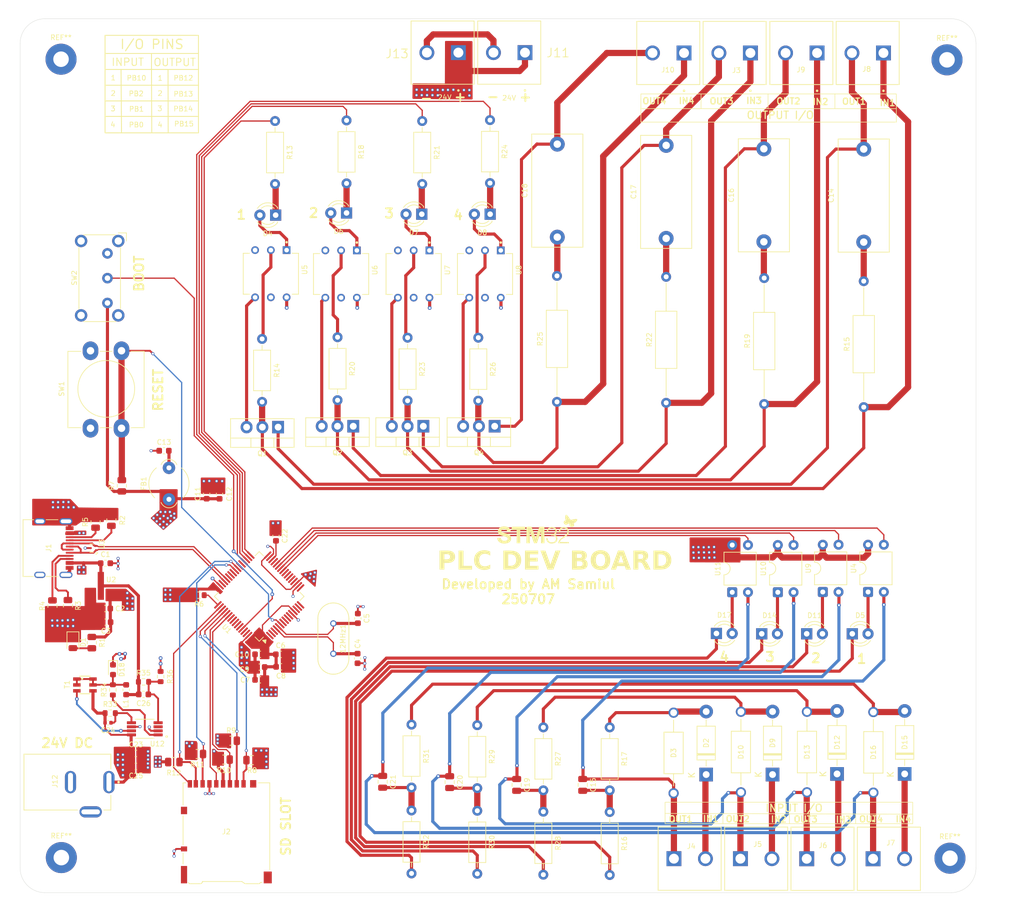
<source format=kicad_pcb>
(kicad_pcb (version 20241229) (generator "pcbnew") (generator_version "9.0")
  (layers (0 "F.Cu" signal) (4 "In1.Cu" signal) (6 "In2.Cu" signal) (2 "B.Cu" signal) (13 "F.Paste" user) (15 "B.Paste" user) (5 "F.SilkS" user "F.Silkscreen") (7 "B.SilkS" user "B.Silkscreen") (1 "F.Mask" user) (3 "B.Mask" user) (25 "Edge.Cuts" user))
  (net 0 "")
  (net 1 "PH0")
  (net 2 "PH1")
  (net 3 "GND_2")
  (net 4 "+5V")
  (net 5 "VDDA")
  (net 6 "Net-(C13-Pad1)")
  (net 7 "LOUT_1")
  (net 8 "Net-(C14-Pad1)")
  (net 9 "Net-(C15-Pad2)")
  (net 10 "LOUT_2")
  (net 11 "Net-(C16-Pad1)")
  (net 12 "LOUT_3")
  (net 13 "Net-(C17-Pad1)")
  (net 14 "LOUT_4")
  (net 15 "Net-(C18-Pad1)")
  (net 16 "Net-(C19-Pad2)")
  (net 17 "Net-(C20-Pad2)")
  (net 18 "Net-(C21-Pad2)")
  (net 19 "Net-(U1-VCAP_1)")
  (net 20 "Net-(D1-A)")
  (net 21 "IN_1")
  (net 22 "Net-(D2-A)")
  (net 23 "Net-(D4-K)")
  (net 24 "Net-(D4-A)")
  (net 25 "Net-(D5-A)")
  (net 26 "Net-(D5-K)")
  (net 27 "Net-(D6-K)")
  (net 28 "Net-(D6-A)")
  (net 29 "Net-(D7-K)")
  (net 30 "Net-(D7-A)")
  (net 31 "Net-(D8-A)")
  (net 32 "Net-(D8-K)")
  (net 33 "Net-(D9-A)")
  (net 34 "IN_2")
  (net 35 "Net-(D11-K)")
  (net 36 "Net-(D11-A)")
  (net 37 "Net-(D12-A)")
  (net 38 "IN_3")
  (net 39 "Net-(D14-K)")
  (net 40 "Net-(D14-A)")
  (net 41 "IN_4")
  (net 42 "Net-(D15-A)")
  (net 43 "Net-(D17-A)")
  (net 44 "Net-(D17-K)")
  (net 45 "/D+")
  (net 46 "/D-")
  (net 47 "A8")
  (net 48 "B5")
  (net 49 "A5")
  (net 50 "SDIO_D2")
  (net 51 "SD_DET")
  (net 52 "SDIO_CMD")
  (net 53 "SDIO_D1")
  (net 54 "SDIO_D0")
  (net 55 "SDIO_CK")
  (net 56 "SDIO_D3")
  (net 57 "LIN_3")
  (net 58 "LIN_1")
  (net 59 "LIN_2")
  (net 60 "LIN_4")
  (net 61 "Net-(Q1-G)")
  (net 62 "Net-(Q2-G)")
  (net 63 "Net-(Q3-G)")
  (net 64 "Net-(Q4-G)")
  (net 65 "B8")
  (net 66 "Net-(U1-PA14)")
  (net 67 "NRST")
  (net 68 "OUT_1")
  (net 69 "Net-(R14-Pad1)")
  (net 70 "OUT_3")
  (net 71 "Net-(R20-Pad1)")
  (net 72 "OUT_5")
  (net 73 "Net-(R23-Pad1)")
  (net 74 "OUT_7")
  (net 75 "Net-(R26-Pad1)")
  (net 76 "BOOT0")
  (net 78 "OUT_4")
  (net 79 "OUT_8")
  (net 80 "REFCLK({slash}50M)")
  (net 86 "MDIO")
  (net 87 "OUT_2")
  (net 88 "CRSDV({slash}CRS)")
  (net 91 "OUT_6")
  (net 105 "GND")
  (net 106 "GND_1")
  (net 107 "GND_3")
  (net 108 "GND_4")
  (net 109 "unconnected-(U1-PA8-Pad41)")
  (net 112 "unconnected-(U1-PB4-Pad56)")
  (net 122 "+24V")
  (net 123 "Net-(U12-ADJ)")
  (net 124 "Net-(U12-FB)")
  (net 125 "Net-(D18A-K)")
  (net 126 "Net-(U12-ISENSE)")
  (net 127 "Net-(U12-PGATE)")
  (footprint "Resistor_SMD:R_0805_2012Metric" (layer "F.Cu") (at 114.23 138.365)
    (property "Reference" "R11")
    (property "Value" "47K")
  )
  (footprint "Resistor_THT:R_Axial_DIN0207_L6.3mm_D2.5mm_P10.16mm_Horizontal" (layer "F.Cu") (at 136.825 71.14 -90)
    (property "Reference" "R20")
    (property "Value" "220")
  )
  (footprint "Capacitor_SMD:C_0603_1608Metric" (layer "F.Cu") (at 117.8 96.425 90)
    (property "Reference" "C12")
    (property "Value" "1u")
  )
  (footprint "Package_DIP:DIP-4_W7.62mm" (layer "F.Cu") (at 200.45 112.28 90)
    (property "Reference" "U11")
    (property "Value" "PC817")
  )
  (footprint "TB004-508-02BE:CUI_TB004-508-02BE" (layer "F.Cu") (at 167.04 25.2375 180)
    (property "Reference" "J11")
    (property "Value" "Screw_Terminal_01x02")
  )
  (footprint "TB004-508-02BE:CUI_TB004-508-02BE" (layer "F.Cu") (at 203.38 25.29275 180)
    (property "Reference" "J3")
    (property "Value" "Screw_Terminal_01x02")
  )
  (footprint "Resistor_SMD:R_0805_2012Metric" (layer "F.Cu") (at 123.05 139.35 180)
    (property "Reference" "R8")
    (property "Value" "47K")
  )
  (footprint "Capacitor_THT:C_Rect_L18.0mm_W8.0mm_P15.00mm_FKS3_FKP3" (layer "F.Cu") (at 189.8 55.2 90)
    (property "Reference" "C17")
    (property "Value" "0.1u")
  )
  (footprint "Diode_THT:D_DO-41_SOD81_P10.16mm_Horizontal" (layer "F.Cu") (at 196.25 141.68 90)
    (property "Reference" "D2")
    (property "Value" "1N4007")
  )
  (footprint "Resistor_SMD:R_0603_1608Metric" (layer "F.Cu") (at 114.5 112.75 180)
    (property "Reference" "R6")
    (property "Value" "220")
  )
  (footprint "LED_THT:LED_D3.0mm" (layer "F.Cu") (at 197.905 118.925)
    (property "Reference" "D17")
    (property "Value" "LED")
  )
  (footprint "Resistor_THT:R_Axial_DIN0207_L6.3mm_D2.5mm_P10.16mm_Horizontal" (layer "F.Cu") (at 180.7 147.72 -90)
    (property "Reference" "R16")
    (property "Value" "2.2K")
  )
  (footprint "Capacitor_THT:C_Rect_L18.0mm_W8.0mm_P15.00mm_FKS3_FKP3" (layer "F.Cu") (at 221.65 55.8 90)
    (property "Reference" "C14")
    (property "Value" "0.1u")
  )
  (footprint "Resistor_SMD:R_0805_2012Metric" (layer "F.Cu") (at 93.365 114.45 -90)
    (property "Reference" "R3")
    (property "Value" "5.1K")
  )
  (footprint "Button_Switch_THT:SW_PUSH-12mm_Wuerth-430476085716" (layer "F.Cu") (at 97 85.825 90)
    (property "Reference" "SW1")
    (property "Value" "SW_Push")
  )
  (footprint "Resistor_THT:R_Axial_DIN0207_L6.3mm_D2.5mm_P10.16mm_Horizontal" (layer "F.Cu") (at 138.275 36.17 -90)
    (property "Reference" "R18")
    (property "Value" "100")
  )
  (footprint "MountingHole:MountingHole_2.5mm_Pad" (layer "F.Cu") (at 92.3 155.075)
    (property "Reference" "REF**")
    (property "Value" "MountingHole_2.5mm_Pad")
  )
  (footprint "Button_Switch_THT:SW_E-Switch_EG1224_SPDT_Angled" (layer "F.Cu") (at 99.7325 57.6175 -90)
    (property "Reference" "SW2")
    (property "Value" "SW_SPDT")
  )
  (footprint "Capacitor_THT:C_Rect_L18.0mm_W8.0mm_P15.00mm_FKS3_FKP3" (layer "F.Cu") (at 172.25 55 90)
    (property "Reference" "C18")
    (property "Value" "0.1u")
  )
  (footprint "Diode_THT:D_DO-41_SOD81_P10.16mm_Horizontal" (layer "F.Cu") (at 217.35 141.58 90)
    (property "Reference" "D12")
    (property "Value" "1N4007")
  )
  (footprint "Connector_USB:USB_C_Receptacle_G-Switch_GT-USB-7010ASV" (layer "F.Cu") (at 89.915 105.15 -90)
    (property "Reference" "J1")
    (property "Value" "USB_C_Receptacle_USB2.0_16P")
  )
  (footprint "MountingHole:MountingHole_2.5mm_Pad" (layer "F.Cu") (at 92.25 26.3)
    (property "Reference" "REF**")
    (property "Value" "MountingHole_2.5mm_Pad")
  )
  (footprint "PJ-035D:CUI_PJ-035D" (layer "F.Cu") (at 99.975 142.9 -90)
    (property "Reference" "J12")
    (property "Value" "PJ-035D")
  )
  (footprint "MountingHole:MountingHole_2.5mm_Pad" (layer "F.Cu") (at 235.55 155.175)
    (property "Reference" "REF**")
    (property "Value" "MountingHole_2.5mm_Pad")
  )
  (footprint "Resistor_SMD:R_0603_1608Metric" (layer "F.Cu") (at 100.175 131.775)
    (property "Reference" "R33")
    (property "Value" "24K")
  )
  (footprint "Resistor_SMD:R_0805_2012Metric" (layer "F.Cu") (at 90.865 114.5 -90)
    (property "Reference" "R4")
    (property "Value" "5.1K")
  )
  (footprint "Diode_THT:D_DO-41_SOD81_P10.16mm_Horizontal" (layer "F.Cu") (at 228.25 141.58 90)
    (property "Reference" "D15")
    (property "Value" "1N4007")
  )
  (footprint "Resistor_SMD:R_0805_2012Metric" (layer "F.Cu") (at 102.05 95.1 90)
    (property "Reference" "R7")
    (property "Value" "10K")
  )
  (footprint "Capacitor_SMD:C_0603_1608Metric" (layer "F.Cu") (at 124.3 124.35 180)
    (property "Reference" "C9")
    (property "Value" "100n")
  )
  (footprint "LED_THT:LED_D3.0mm" (layer "F.Cu") (at 150.405 51.3 180)
    (property "Reference" "D7")
    (property "Value" "LED")
  )
  (footprint "Resistor_SMD:R_0603_1608Metric" (layer "F.Cu") (at 100.605 128.025 -90)
    (property "Reference" "R34")
    (property "Value" "270")
  )
  (footprint "MountingHole:MountingHole_2.5mm_Pad" (layer "F.Cu") (at 235.075 26.4)
    (property "Reference" "REF**")
    (property "Value" "MountingHole_2.5mm_Pad")
  )
  (footprint "Package_TO_SOT_THT:TO-220-3_Vertical" (layer "F.Cu") (at 127.245 85.645 180)
    (property "Reference" "Q1")
    (property "Value" "BT136-500")
  )
  (footprint "Capacitor_SMD:C_0603_1608Metric" (layer "F.Cu") (at 115.725 96.415 90)
    (property "Reference" "C11")
    (property "Value" "100n")
  )
  (footprint "Package_DIP:DIP-4_W7.62mm" (layer "F.Cu") (at 215.05 112.23 90)
    (property "Reference" "U9")
    (property "Value" "PC817")
  )
  (footprint "Capacitor_SMD:C_0603_1608Metric" (layer "F.Cu") (at 104.325 140.375)
    (property "Reference" "C25")
    (property "Value" "0.1u")
  )
  (footprint "Resistor_SMD:R_0603_1608Metric" (layer "F.Cu") (at 105.55 126.725)
    (property "Reference" "R35")
    (property "Value" "30K")
  )
  (footprint "Capacitor_SMD:C_0805_2012Metric" (layer "F.Cu") (at 176.35 143.35 -90)
    (property "Reference" "C15")
    (property "Value" "100n")
  )
  (footprint "Capacitor_SMD:C_0805_2012Metric" (layer "F.Cu") (at 154.9 142.9 -90)
    (property "Reference" "C20")
    (property "Value" "100n")
  )
  (footprint "logo:stm32_logo_13x4.8" (layer "F.Cu") (at 169.05 102.1)
    (property "Reference" "G***" (hide yes))
    (property "Value" "LOGO" (hide yes))
  )
  (footprint "Resistor_THT:R_Axial_DIN0207_L6.3mm_D2.5mm_P10.16mm_Horizontal" (layer "F.Cu") (at 159.35 147.52 -90)
    (property "Reference" "R30")
    (property "Value" "2.2K")
  )
  (footprint "TB004-508-02BE:CUI_TB004-508-02BE" (layer "F.Cu") (at 223.16 155.2625)
    (property "Reference" "J7")
    (property "Value" "Screw_Terminal_01x02")
  )
  (footprint "Capacitor_SMD:C_0603_1608Metric" (layer "F.Cu") (at 124.3 122.29 180)
    (property "Reference" "C10")
    (property "Value" "10u")
  )
  (footprint "Diode_THT:D_DO-41_SOD81_P10.16mm_Horizontal" (layer "F.Cu") (at 206.95 141.68 90)
    (property "Reference" "D9")
    (property "Value" "1N4007")
  )
  (footprint "Resistor_THT:R_Axial_DIN0207_L6.3mm_D2.5mm_P10.16mm_Horizontal" (layer "F.Cu") (at 170 147.67 -90)
    (property "Reference" "R28")
    (property "Value" "2.2K")
  )
  (footprint "Resistor_THT:R_Axial_DIN0309_L9.0mm_D3.2mm_P20.32mm_Horizontal" (layer "F.Cu") (at 221.65 82.42 90)
    (property "Reference" "R15")
    (property "Value" "100")
  )
  (footprint "Package_TO_SOT_SMD:Texas_DRT-3" (layer "F.Cu") (at 97.465 105.15 90)
    (property "Reference" "U3")
    (property "Value" "TPD2EUSB30")
  )
  (footprint "Resistor_THT:R_Axial_DIN0309_L9.0mm_D3.2mm_P20.32mm_Horizontal" (layer "F.Cu") (at 172.2 81.57 90)
    (property "Reference" "R25")
    (property "Value" "100")
  )
  (footprint "FDC5614P:SOT23-6" (layer "F.Cu") (at 96.1 127.225 -90)
    (property "Reference" "T1")
    (property "Value" "FDC5614P")
  )
  (footprint "LED_THT:LED_D3.0mm" (layer "F.Cu") (at 219.805 118.975)
    (property "Reference" "D5")
    (property "Value" "LED")
  )
  (footprint "MOC3021M:DIP762W48P254L889H508Q6" (layer "F.Cu") (at 126.075 60.9 -90)
    (property "Reference" "U5")
    (property "Value" "MOC3021M")
  )
  (footprint "TB004-508-02BE:CUI_TB004-508-02BE" (layer "F.Cu") (at 201.77 155.25)
    (property "Reference" "J5")
    (property "Value" "Screw_Terminal_01x02")
  )
  (footprint "Capacitor_SMD:C_0603_1608Metric" (layer "F.Cu") (at 124.3 126.4 180)
    (property "Reference" "C7")
    (property "Value" "100n")
  )
  (footprint "Capacitor_SMD:C_0603_1608Metric" (layer "F.Cu") (at 99.465 117.1 180)
    (property "Reference" "C3")
    (property "Value" "0.1uF")
  )
  (footprint "Capacitor_SMD:C_0603_1608Metric" (layer "F.Cu") (at 127.65 122.3)
    (property "Reference" "C6")
    (property "Value" "100n")
  )
  (footprint "LED_THT:LED_D3.0mm" (layer "F.Cu") (at 212.455 118.975)
    (property "Reference" "D11")
    (property "Value" "LED")
  )
  (footprint "LED_THT:LED_D3.0mm" (layer "F.Cu") (at 126.845 51.45 180)
    (property "Reference" "D4")
    (property "Value" "LED")
  )
  (footprint "Capacitor_SMD:C_0402_1005Metric" (layer "F.Cu") (at 99.825 133.325)
    (property "Reference" "C24")
    (property "Value" "1n")
  )
  (footprint "Package_TO_SOT_THT:TO-220-3_Vertical" (layer "F.Cu") (at 139.355 85.5 180)
    (property "Reference" "Q2")
    (property "Value" "BT136-500")
  )
  (footprint "ABL-12.000MHZ-B2:XTAL_HC49P488W46L1150T500H350" (layer "F.Cu") (at 136.15 119.75 -90)
    (property "Reference" "12MHz1")
    (property "Value" "Crystal")
  )
  (footprint "TB004-508-02BE:CUI_TB004-508-02BE" (layer "F.Cu") (at 191.05 155.25)
    (property "Reference" "J4")
    (property "Value" "Screw_Terminal_01x02")
  )
  (footprint "TB004-508-02BE:CUI_TB004-508-02BE" (layer "F.Cu") (at 214.13 25.29275 180)
    (property "Reference" "J9")
    (property "Value" "Screw_Terminal_01x02")
  )
  (footprint "Capacitor_SMD:C_0603_1608Metric" (layer "F.Cu") (at 99.415 114.9 180)
    (property "Reference" "C2")
    (property "Value" "100nF")
  )
  (footprint "Capacitor_SMD:C_0603_1608Metric" (layer "F.Cu") (at 108.85 89.45 180)
    (property "Reference" "C13")
    (property "Value" "1u")
  )
  (footprint "Resistor_SMD:R_0805_2012Metric" (layer "F.Cu") (at 97.215 120.4 -90)
    (property "Reference" "R1")
    (property "Value" "1K")
  )
  (footprint "TB004-508-02BE:CUI_TB004-508-02BE" (layer "F.Cu") (at 224.83 25.29275 180)
    (property "Reference" "J8")
    (property "Value" "Screw_Terminal_01x02")
  )
  (footprint "Connector_Card:microSD_HC_Hirose_DM3AT-SF-PEJM5" (layer "F.Cu") (at 118.9 150.9)
    (property "Reference" "J2")
    (property "Value" "Micro_SD_Card_Det1")
  )
  (footprint "LM3489MM:SOP65P490X110-8N" (layer "F.Cu") (at 105.75 134.3 180)
    (property "Reference" "U12")
    (property "Value" "LM3489MM")
  )
  (footprint "Resistor_SMD:R_0805_2012Metric" (layer "F.Cu") (at 97.815 100.95 90)
    (property "Reference" "R5")
    (property "Value" "5.1K")
  )
  (footprint "Capacitor_SMD:C_0603_1608Metric" (layer "F.Cu") (at 99.415 107.6)
    (property "Reference" "C1")
    (property "Value" "0.1uF")
  )
  (footprint "Resistor_SMD:R_0805_2012Metric" (layer "F.Cu") (at 118.53 139.265)
    (property "Reference" "R10")
    (property "Value" "47K")
  )
  (footprint "MOC3021M:DIP762W48P254L889H508Q6" (layer "F.Cu") (at 137.3975 60.95 -90)
    (property "Reference" "U6")
    (property "Value" "MOC3021M")
  )
  (footprint "MOC3021M:DIP762W48P254L889H508Q6" (layer "F.Cu") (at 149.0975 60.95 -90)
    (property "Reference" "U7")
    (property "Value" "MOC3021M")
  )
  (footprint "Package_QFP:LQFP-64_10x10mm_P0.5mm" (layer "F.Cu") (at 124.2 112.95 135)
    (property "Reference" "U1")
    (property "Value" "STM32F732RETx")
  )
  (footprint "LED_SMD:LED_0805_2012Metric" (layer "F.Cu") (at 94.165 120.35 -90)
    (property "Reference" "D1")
    (property "Value" "LED")
  )
  (footprint "Inductor_SMD:L_0603_1608Metric" (layer "F.Cu") (at 102.75 128 -90)
    (property "Reference" "L1")
    (property "Value" "22uH")
  )
  (footprint "Resistor_THT:R_Axial_DIN0207_L6.3mm_D2.5mm_P10.16mm_Horizontal" (layer "F.Cu") (at 159.35 133.72 -90)
    (property "Reference" "R29")
    (property "Value" "10K")
  )
  (footprint "Resistor_THT:R_Axial_DIN0207_L6.3mm_D2.5mm_P10.16mm_Horizontal" (layer "F.Cu") (at 161.405 36.12 -90)
    (property "Reference" "R24")
    (property "Value" "100")
  )
  (footprint "TB004-508-02BE:CUI_TB004-508-02BE" (layer "F.Cu") (at 192.68 25.29275 180)
    (property "Reference" "J10")
    (property "Value" "Screw_Terminal_01x02")
  )
  (footprint "Resistor_SMD:R_0805_2012Metric" (layer "F.Cu") (at 110.43 139.665)
    (property "Reference" "R12")
    (property "Value" "47K")
  )
  (footprint "Resistor_SMD:R_0805_2012Metric" (layer "F.Cu") (at 100.365 100.65 90)
    (property "Reference" "R2")
    (property "Value" "5.1K")
  )
  (footprint "Package_DIP:DIP-4_W7.62mm" (layer "F.Cu") (at 207.8 112.28 90)
    (property "Reference" "U10")
    (property "Value" "PC817")
  )
  (footprint "Resistor_THT:R_Axial_DIN0207_L6.3mm_D2.5mm_P10.16mm_Horizontal" (layer "F.Cu") (at 148.75 147.47 -90)
    (property "Reference" "R32")
    (property "Value" "2.2K")
  )
  (footprint "Package_TO_SOT_THT:TO-220-3_Vertical" (layer "F.Cu") (at 150.655 85.5 180)
    (property "Reference" "Q3")
    (property "Value" "BT136-500")
  )
  (footprint "Capacitor_SMD:C_0805_2012Metric" (layer "F.Cu") (at 165.7 143.35 -90)
    (property "Reference" "C19")
    (property "Value" "100n")
  )
  (footprint "Resistor_THT:R_Axial_DIN0207_L6.3mm_D2.5mm_P10.16mm_Horizontal" (layer "F.Cu") (at 126.755 36.27 -90)
    (property "Reference" "R13")
    (property "Value" "100")
  )
  (footprint "Resistor_THT:R_Axial_DIN0207_L6.3mm_D2.5mm_P10.16mm_Horizontal" (layer "F.Cu") (at 159.515 71.215 -90)
    (property "Reference" "R26")
    (property "Value" "220")
  )
  (footprint "Capacitor_SMD:C_0603_1608Metric" (layer "F.Cu") (at 127.7 124.3)
    (property "Reference" "C8")
    (property "Value" "100n")
  )
  (footprint "Resistor_THT:R_Axial_DIN0309_L9.0mm_D3.2mm_P20.32mm_Horizontal" (layer "F.Cu") (at 205.6 81.92 90)
    (property "Reference" "R19")
    (property "Value" "100")
  )
  (footprint "P6KE30CA:DIOAD1300W80L670D310" (layer "F.Cu") (at 212.5 138.05 90)
    (property "Reference" "D13")
    (property "Value" "P6KE30CA")
  )
  (footprint "Resistor_THT:R_Axial_DIN0207_L6.3mm_D2.5mm_P10.16mm_Horizontal" (layer "F.Cu") (at 150.475 36.27 -90)
    (property "Reference" "R21")
    (property "Value" "100")
  )
  (footprint "Capacitor_SMD:C_0603_1608Metric" (layer "F.Cu") (at 105.55 128.75)
    (property "Reference" "C26")
    (property "Value" "0.1u")
  )
  (footprint "logo:stm32_logo_13x4.8" (layer "F.Cu") (at 151.125 109.075)
    (property "Reference" "G***" (hide yes))
    (property "Value" "LOGO" (hide yes))
  )
  (footprint "Resistor_THT:R_Axial_DIN0207_L6.3mm_D2.5mm_P10.16mm_Horizontal" (layer "F.Cu") (at 148.115 71.215 -90)
    (property "Reference" "R23")
    (property "Value" "220")
  )
  (footprint "MCP1700T-3302E_MB:MCP1700T-3302E_MB" (layer "F.Cu") (at 98.665 110.65)
    (property "Reference" "U2")
    (property "Value" "MCP1700T-3302E_MB")
  )
  (footprint "Capacitor_SMD:C_0603_1608Metric" (layer "F.Cu") (at 140.05 122.95 90)
    (property "Reference" "C4")
    (property "Value" "20p")
  )
  (footprint "Capacitor_SMD:C_0603_1608Metric" (layer "F.Cu") (at 140.1 116.49 -90)
    (property "Reference" "C5")
    (property "Value" "20p")
  )
  (footprint "LED_THT:LED_D3.0mm" (layer "F.Cu") (at 205.205 118.975)
    (property "Reference" "D14")
    (property "Value" "LED")
  )
  (footprint "MOC3021M:DIP762W48P254L889H508Q6" (layer "F.Cu") (at 160.5975 60.95 -90)
    (property "Reference" "U8")
    (property "Value" "MOC3021M")
  )
  (footprint "Capacitor_SMD:C_0603_1608Metric" (layer "F.Cu") (at 104.325 138.275)
    (property "Reference" "C23")
    (property "Value" "50u/50V")
  )
  (footprint "TB004-508-02BE:CUI_TB004-508-02BE" (layer "F.Cu") (at 212.46 155.2625)
    (property "Reference" "J6")
    (property "Value" "Screw_Terminal_01x02")
  )
  (footprint "Resistor_THT:R_Axial_DIN0207_L6.3mm_D2.5mm_P10.16mm_Horizontal" (layer "F.Cu") (at 124.665 71.415 -90)
    (property "Reference" "R14")
    (property "Value" "220")
  )
  (footprint "Resistor_THT:R_Axial_DIN0207_L6.3mm_D2.5mm_P10.16mm_Horizontal" (layer "F.Cu") (at 180.7 134.07 -90)
    (property "Reference" "R17")
    (property "Value" "10K")
  )
  (footprint "Capacitor_SMD:C_0805_2012Metric" (layer "F.Cu") (at 144.1 142.85 -90)
    (property "Reference" "C21")
    (property "Value" "100n")
  )
  (footprint "Capacitor_THT:C_Rect_L18.0mm_W8.0mm_P15.00mm_FKS3_FKP3" (layer "F.Cu") (at 205.55 55.75 90)
    (property "Reference" "C16")
    (property "Value" "0.1u")
  )
  (footprint "Package_TO_SOT_THT:TO-220-3_Vertical" (layer "F.Cu") (at 162.155 85.5 180)
    (property "Reference" "Q4")
    (property "Value" "BT136-500")
  )
  (footprint "Diode_SMD:D_0603_1608Metric" (layer "F.Cu") (at 100.625 124.775 -90)
    (property "Reference" "D18")
    (property "Value" "D_Schottky_Dual_CommonAnode_AKK_Split")
  )
  (footprint "LED_THT:LED_D3.0mm" (layer "F.Cu") (at 138.275 51.1 180)
    (property "Reference" "D6")
    (property "Value" "LED")
  )
  (footprint "Capacitor_SMD:C_0603_1608Metric" (layer "F.Cu") (at 126.9 103.2 -90)
    (property "Reference" "C22")
    (property "Value" "4.7u")
  )
  (footprint "Resistor_THT:R_Axial_DIN0207_L6.3mm_D2.5mm_P10.16mm_Horizontal" (layer "F.Cu") (at 148.75 133.62 -90)
    (property "Reference" "R31")
    (property "Value" "10K")
  )
  (footprint "LED_THT:LED_D3.0mm" (layer "F.Cu") (at 161.425 51.3 180)
    (property "Reference" "D8")
    (property "Value" "LED")
  )
  (footprint "Resistor_SMD:R_0603_1608Metric" (layer "F.Cu") (at 108.3 125.875 90)
    (property "Reference" "R36")
    (property "Value" "10K")
  )
  (footprint "P6KE30CA:DIOAD1300W80L670D310" (layer "F.Cu") (at 223.2 138.1 90)
    (property "Reference" "D16")
    (property "Value" "P6KE30CA")
  )
  (footprint "P6KE30CA:DIOAD1300W80L670D310" (layer "F.Cu") (at 201.85 138.05 90)
    (property "Reference" "D10")
    (property "Value" "P6KE30CA")
  )
  (footprint "Package_DIP:DIP-4_W7.62mm" (layer "F.Cu") (at 222.35 112.23 90)
    (property "Reference" "U4")
    (property "Value" "PC817")
  )
  (footprint "Resistor_SMD:R_0805_2012Metric" (layer "F.Cu") (at 119.675 136.225)
    (property "Reference" "R9")
    (property "Value" "47K")
  )
  (footprint "Resistor_THT:R_Axial_DIN0207_L6.3mm_D2.5mm_P10.16mm_Horizontal" (layer "F.Cu") (at 170 134.07 -90)
    (property "Reference" "R27")
    (property "Value" "10K")
  )
  (footprint "Resistor_THT:R_Axial_DIN0309_L9.0mm_D3.2mm_P20.32mm_Horizontal" (layer "F.Cu") (at 189.8 81.72 90)
    (property "Reference" "R22")
    (property "Value" "100")
  )
  (footprint "P6KE30CA:DIOAD1300W80L670D310" (layer "F.Cu") (at 191 138.2 90)
    (property "Reference" "D3")
    (property "Value" "P6KE30CA")
  )
  (footprint "TB004-508-02BE:CUI_TB004-508-02BE" (layer "F.Cu") (at 156.305 25.2375 180)
    (property "Reference" "J13")
    (property "Value" "Screw_Terminal_01x02")
  )
  (footprint "Ferrite_THT:LairdTech_28C0236-0JW-10" (layer "F.Cu") (at 109.65 97.29 90)
    (property "Reference" "FB1")
    (property "Value" "FerriteBead")
  )
  (gr_line (start 99.35 33.025) (end 114.4 33.025) (stroke (width 0.15)) (layer "F.SilkS"))
  (gr_line (start 109.5 27.9625) (end 109.525 38.15) (stroke (width 0.15)) (layer "F.SilkS"))
  (gr_line (start 195.425 31.95) (end 195.425 34.275) (stroke (width 0.1)) (layer "F.SilkS"))
  (gr_line (start 106.825 25.375) (end 106.875 38.15) (stroke (width 0.15)) (layer "F.SilkS"))
  (gr_line (start 220.35 148.05) (end 220.35 149.6) (stroke (width 0.1)) (layer "F.SilkS"))
  (gr_line (start 99.35 30.5) (end 114.4 30.5) (stroke (width 0.15)) (layer "F.SilkS"))
  (gr_line (start 99.375 25.375) (end 114.375 25.375) (stroke (width 0.15)) (layer "F.SilkS"))
  (gr_line (start 217 31.9125) (end 217 34.2375) (stroke (width 0.1)) (layer "F.SilkS"))
  (gr_line (start 198.95 148) (end 198.95 149.575) (stroke (width 0.1)) (layer "F.SilkS"))
  (gr_line (start 99.4 27.95) (end 114.4 27.95) (stroke (width 0.15)) (layer "F.SilkS"))
  (gr_line (start 101.925 27.95) (end 101.999454 38.175016) (stroke (width 0.15)) (layer "F.SilkS"))
  (gr_rect (start 189.625 146.15) (end 229.55 149.6) (stroke (width 0.1)) (fill no) (layer "F.SilkS"))
  (gr_line (start 189.625 147.95) (end 229.55 148.075) (stroke (width 0.1)) (layer "F.SilkS"))
  (gr_line (start 185.725 34.275) (end 226.9 34.275) (stroke (width 0.1)) (layer "F.SilkS"))
  (gr_line (start 99.35 35.525) (end 114.4 35.525) (stroke (width 0.15)) (layer "F.SilkS"))
  (gr_rect (start 99.35 22.45) (end 114.4 38.175) (stroke (width 0.15)) (fill no) (layer "F.SilkS"))
  (gr_line (start 206.225 31.9125) (end 206.225 34.2375) (stroke (width 0.1)) (layer "F.SilkS"))
  (gr_line (start 209.675 148.025) (end 209.675 149.6) (stroke (width 0.1)) (layer "F.SilkS"))
  (gr_rect (start 185.725 31.9) (end 226.9 36.45) (stroke (width 0.1)) (fill no) (layer "F.SilkS"))
  (gr_line (start 89.65 19.775) (end 235.75 19.775) (stroke (width 0.05)) (layer "Edge.Cuts"))
  (gr_arc (start 239.75 156.725) (mid 238.578427 159.553427) (end 235.75 160.725) (stroke (width 0.05)) (layer "Edge.Cuts"))
  (gr_line (start 85.65 156.725) (end 85.65 23.775) (stroke (width 0.05)) (layer "Edge.Cuts"))
  (gr_arc (start 235.75 19.775) (mid 238.578427 20.946573) (end 239.75 23.775) (stroke (width 0.05)) (layer "Edge.Cuts"))
  (gr_arc (start 89.65 160.725) (mid 86.821573 159.553427) (end 85.65 156.725) (stroke (width 0.05)) (layer "Edge.Cuts"))
  (gr_line (start 235.75 160.725) (end 89.65 160.725) (stroke (width 0.05)) (layer "Edge.Cuts"))
  (gr_arc (start 85.65 23.775) (mid 86.821573 20.946573) (end 89.65 19.775) (stroke (width 0.05)) (layer "Edge.Cuts"))
  (gr_line (start 239.75 23.775) (end 239.75 156.725) (stroke (width 0.05)) (layer "Edge.Cuts"))
  (gr_text "24V" (at 152.9 32.925 0) (layer "F.SilkS") (effects (font (size 0.8 0.8) (thickness 0.12)) (justify left bottom)))
  (gr_text "-" (at 160.75 33.2 0) (layer "F.SilkS") (effects (font (size 1.5 1.5) (thickness 0.3) (bold yes)) (justify left bottom)))
  (gr_text "4" (at 155.35 52.325 0) (layer "F.SilkS") (effects (font (size 1.5 1.5) (thickness 0.3) (bold yes)) (justify left bottom)))
  (gr_text "2" (at 107.75 32.275 0) (layer "F.SilkS") (effects (font (size 0.8 0.8) (thickness 0.12)) (justify left bottom)))
  (gr_text "PB13" (at 110.325 32.375 0) (layer "F.SilkS") (effects (font (size 0.8 0.8) (thickness 0.12)) (justify left bottom)))
  (gr_text "24V" (at 163.3 33.025 0) (layer "F.SilkS") (effects (font (size 0.8 0.8) (thickness 0.12)) (justify left bottom)))
  (gr_text "PB15" (at 110.425 37.2 0) (layer "F.SilkS") (effects (font (size 0.8 0.8) (thickness 0.12)) (justify left bottom)))
  (gr_text "4" (at 198.25 123.6 0) (layer "F.SilkS") (effects (font (size 1.5 1.5) (thickness 0.3) (bold yes)) (justify left bottom)))
  (gr_text "1" (at 107.775 29.825 0) (layer "F.SilkS") (effects (font (size 0.8 0.8) (thickness 0.12)) (justify left bottom)))
  (gr_text "PB12" (at 110.325 29.8 0) (layer "F.SilkS") (effects (font (size 0.8 0.8) (thickness 0.12)) (justify left bottom)))
  (gr_text "2" (at 132.05 51.975 0) (layer "F.SilkS") (effects (font (size 1.5 1.5) (thickness 0.3) (bold yes)) (justify left bottom)))
  (gr_text "+" (at 165.975 33.25 0) (layer "F.SilkS") (effects (font (size 1.5 1.5) (thickness 0.3) (bold yes)) (justify left bottom)))
  (gr_text "INPUT" (at 100.3 27.475 0) (layer "F.SilkS") (effects (font (size 1.2 1.2)) (justify left bottom)))
  (gr_text "OUT3" (at 210.25 149.475 0) (layer "F.SilkS") (effects (font (size 1 1) (thickness 0.2) (bold yes)) (justify left bottom)))
  (gr_text "OUTPUT I/O" (at 202.675 36.025 0) (layer "F.SilkS") (effects (font (size 1.2 1.2) (thickness 0.1875)) (justify left bottom)))
  (gr_text "I/O PINS" (at 101.675 24.775 0) (layer "F.SilkS") (effects (font (size 1.5 1.5) (thickness 0.1875)) (justify left bottom)))
  (gr_text "3" (at 107.725 34.725 0) (layer "F.SilkS") (effects (font (size 0.8 0.8) (thickness 0.12)) (justify left bottom)))
  (gr_text "OUT1" (at 218.05 33.7 0) (layer "F.SilkS") (effects (font (size 1 1) (thickness 0.2) (bold yes)) (justify left bottom)))
  (gr_text "OUT2" (at 199.3 149.425 0) (layer "F.SilkS") (effects (font (size 1 1) (thickness 0.2) (bold yes)) (justify left bottom)))
  (gr_text "BOOT" (at 105.7 63.975 90) (layer "F.SilkS") (effects (font (size 1.5 1.5) (thickness 0.3) (bold yes)) (justify left bottom)))
  (gr_text "PB14" (at 111.95 34.775 0) (layer "F.SilkS") (effects (font (size 0.8 0.8) (thickness 0.12)) (justify bottom)))
  (gr_text "PB0" (at 103.125 37.35 0) (layer "F.SilkS") (effects (font (size 0.8 0.8) (thickness 0.12)) (justify left bottom)))
  (gr_text "1" (at 120.4 52.25 0) (layer "F.SilkS") (effects (font (size 1.5 1.5) (thickness 0.3) (bold yes)) (justify left bottom)))
  (gr_text "OUT1" (at 190.1 149.45 0) (layer "F.SilkS") (effects (font (size 1 1) (thickness 0.2) (bold yes)) (justify left bottom)))
  (gr_text "INPUT I/O" (at 205.7 147.8 0) (layer "F.SilkS") (effects (font (size 1.2 1.2) (thickness 0.1875)) (justify left bottom)))
  (gr_text "2" (at 100.2 32.275 0) (layer "F.SilkS") (effects (font (size 0.8 0.8) (thickness 0.12)) (justify left bottom)))
  (gr_text "3" (at 205.625 123.6 0) (layer "F.SilkS") (effects (font (size 1.5 1.5) (thickness 0.3) (bold yes)) (justify left bottom)))
  (gr_text "1" (at 220.4 123.9 0) (layer "F.SilkS") (effects (font (size 1.5 1.5) (thickness 0.3) (bold yes)) (justify left bottom)))
  (gr_text "RESET" (at 108.775 83.25 90) (layer "F.SilkS") (effects (font (size 1.5 1.5) (thickness 0.3) (bold yes)) (justify left bottom)))
  (gr_text "IN4" (at 191.725 33.6 0) (layer "F.SilkS") (effects (font (size 1 1) (thickness 0.2) (bold yes)) (justify left bottom)))
  (gr_text "4" (at 100.15 37.325 0) (layer "F.SilkS") (effects (font (size 0.8 0.8) (thickness 0.12)) (justify left bottom)))
  (gr_text "4" (at 107.75 37.35 0) (layer "F.SilkS") (effects (font (size 0.8 0.8) (thickness 0.12)) (justify left bottom)))
  (gr_text "+" (at 155.475 33.225 0) (layer "F.SilkS") (effects (font (size 1.5 1.5) (thickness 0.3) (bold yes)) (justify left bottom)))
  (gr_text "3" (at 100.175 34.75 0) (layer "F.SilkS") (effects (font (size 0.8 0.8) (thickness 0.12)) (justify left bottom)))
  (gr_text "IN1" (at 224.125 33.925 0) (layer "F.SilkS") (effects (font (size 1 1) (thickness 0.2) (bold yes)) (justify left bottom)))
  (gr_text "Developed by AM Samiul\n250707" (at 167.575 114.275 0) (layer "F.SilkS") (effects (font (size 1.5 1.5) (thickness 0.3) (bold yes)) (justify bottom)))
  (gr_text "3" (at 144.225 52.05 0) (layer "F.SilkS") (effects (font (size 1.5 1.5) (thickness 0.3) (bold yes)) (justify left bottom)))
  (gr_text "IN4" (at 226.675 149.45 0) (layer "F.SilkS") (effects (font (size 1 1) (thickness 0.2) (bold yes)) (justify left bottom)))
  (gr_text "OUT2" (at 207.475 33.65 0) (layer "F.SilkS") (effects (font (size 1 1) (thickness 0.2) (bold yes)) (justify left bottom)))
  (gr_text "IN3" (at 217.05 149.525 0) (layer "F.SilkS") (effects (font (size 1 1) (thickness 0.2) (bold yes)) (justify left bottom)))
  (gr_text "PB1" (at 103.15 34.8 0) (layer "F.SilkS") (effects (font (size 0.8 0.8) (thickness 0.12)) (justify left bottom)))
  (gr_text "IN3" (at 202.6 33.575 0) (layer "F.SilkS") (effects (font (size 1 1) (thickness 0.2) (bold yes)) (justify left bottom)))
  (gr_text "1" (at 100.2 29.775 0) (layer "F.SilkS") (effects (font (size 0.8 0.8) (thickness 0.12)) (justify left bottom)))
  (gr_text "PB2" (at 103.1 32.325 0) (layer "F.SilkS") (effects (font (size 0.8 0.8) (thickness 0.12)) (justify left bottom)))
  (gr_text "OUT3" (at 196.7 33.65 0) (layer "F.SilkS") (effects (font (size 1 1) (thickness 0.2) (bold yes)) (justify left bottom)))
  (gr_text "OUT4" (at 185.875 33.625 0) (layer "F.SilkS") (effects (font (size 1 1) (thickness 0.2) (bold yes)) (justify left bottom)))
  (gr_text "IN1" (at 195.625 149.4 0) (layer "F.SilkS") (effects (font (size 1 1) (thickness 0.2) (bold yes)) (justify left bottom)))
  (gr_text "OUT4" (at 220.8 149.45 0) (layer "F.SilkS") (effects (font (size 1 1) (thickness 0.2) (bold yes)) (justify left bottom)))
  (gr_text "-" (at 150.025 33.45 0) (layer "F.SilkS") (effects (font (size 1.5 1.5) (thickness 0.3) (bold yes)) (justify left bottom)))
  (gr_text "IN2" (at 206.575 149.475 0) (layer "F.SilkS") (effects (font (size 1 1) (thickness 0.2) (bold yes)) (justify left bottom)))
  (gr_text "SD SLOT" (at 129.375 154.95 90) (layer "F.SilkS") (effects (font (size 1.5 1.5) (thickness 0.3) (bold yes)) (justify left bottom)))
  (gr_text "IN2" (at 213.3 33.75 0) (layer "F.SilkS") (effects (font (size 1 1) (thickness 0.2) (bold yes)) (justify left bottom)))
  (gr_text "PLC DEV BOARD" (at 152.875 109.125 0) (layer "F.SilkS") (effects (font (size 3 3) (thickness 0.3) (bold yes)) (justify left bottom)))
  (gr_text "24V DC" (at 88.925 137.475 0) (layer "F.SilkS") (effects (font (size 1.5 1.5) (thickness 0.3) (bold yes)) (justify left bottom)))
  (gr_text "PB10" (at 102.775 29.8 0) (layer "F.SilkS") (effects (font (size 0.8 0.8) (thickness 0.12)) (justify left bottom)))
  (gr_text "2" (at 213.025 123.775 0) (layer "F.SilkS") (effects (font (size 1.5 1.5) (thickness 0.3) (bold yes)) (justify left bottom)))
  (gr_text "OUTPUT" (at 107.075 27.5 0) (layer "F.SilkS") (effects (font (size 1.2 1.2)) (justify left bottom)))
  (segment (start 128.251 119.476) (end 135.226 119.476) (width 0.2) (layer "F.Cu") (net 1))
  (segment (start 136.15 120.4) (end 136.15 122.19) (width 0.2) (layer "F.Cu") (net 1))
  (segment (start 126.975394 118.200268) (end 126.975394 118.200394) (width 0.2) (layer "F.Cu") (net 1))
  (segment (start 136.15 122.19) (end 139.925 122.19) (width 0.5) (layer "F.Cu") (net 1))
  (segment (start 126.975394 118.200394) (end 128.251 119.476) (width 0.2) (layer "F.Cu") (net 1))
  (segment (start 135.226 119.476) (end 136.15 120.4) (width 0.2) (layer "F.Cu") (net 1))
  (segment (start 136.15 117.31) (end 140.055 117.31) (width 0.5) (layer "F.Cu") (net 2))
  (segment (start 136.15 118.15) (end 136.15 117.31) (width 0.2) (layer "F.Cu") (net 2))
  (segment (start 135.225 119.075) (end 136.15 118.15) (width 0.2) (layer "F.Cu") (net 2))
  (segment (start 127.328948 117.846714) (end 128.557234 119.075) (width 0.2) (layer "F.Cu") (net 2))
  (segment (start 128.557234 119.075) (end 135.225 119.075) (width 0.2) (layer "F.Cu") (net 2))
  (segment (start 140.055 117.31) (end 140.1 117.265) (width 0.5) (layer "F.Cu") (net 2))
  (segment (start 201.77 155.25) (end 201.77 144.63) (width 1) (layer "F.Cu") (net 3))
  (segment (start 199.825 144.625) (end 201.775 144.625) (width 0.5) (layer "F.Cu") (net 3))
  (segment (start 217.65 114.375) (end 217.65 112.29) (width 0.5) (layer "F.Cu") (net 3))
  (segment (start 165.7 142.4) (end 163.9 142.4) (width 0.5) (layer "F.Cu") (net 3))
  (segment (start 165.75 140.2) (end 165.75 142.35) (width 0.5) (layer "F.Cu") (net 3))
  (segment (start 165.75 142.35) (end 165.7 142.4) (width 0.5) (layer "F.Cu") (net 3))
  (segment (start 201.77 144.63) (end 201.85 144.55) (width 1) (layer "F.Cu") (net 3))
  (segment (start 217.65 112.29) (end 217.59 112.23) (width 0.5) (layer "F.Cu") (net 3))
  (segment (start 201.775 144.625) (end 201.85 144.55) (width 0.5) (layer "F.Cu") (net 3))
  (via (at 217.65 114.375) (size 0.6) (drill 0.3) (layers "F.Cu" "B.Cu") (net 3))
  (via (at 165.75 140.2) (size 0.6) (drill 0.3) (layers "F.Cu" "B.Cu") (net 3))
  (via (at 163.9 142.4) (size 0.6) (drill 0.3) (layers "F.Cu" "B.Cu") (net 3))
  (via (at 199.825 144.625) (size 0.6) (drill 0.3) (layers "F.Cu" "B.Cu") (net 3))
  (segment (start 172.251 125.899) (end 165.75 132.4) (width 0.5) (layer "B.Cu") (net 3))
  (segment (start 217.65 123.175) (end 214.926 125.899) (width 0.5) (layer "B.Cu") (net 3))
  (segment (start 162.975 148.75) (end 162.975 143.325) (width 0.5) (layer "B.Cu") (net 3))
  (segment (start 163.85 149.625) (end 162.975 148.75) (width 0.5) (layer "B.Cu") (net 3))
  (segment (start 197.05 149.625) (end 163.85 149.625) (width 0.5) (layer "B.Cu") (net 3))
  (segment (start 217.65 114.375) (end 217.65 123.175) (width 0.5) (layer "B.Cu") (net 3))
  (segment (start 162.975 143.325) (end 163.9 142.4) (width 0.5) (layer "B.Cu") (net 3))
  (segment (start 198.875 145.575) (end 198.875 147.8) (width 0.5) (layer "B.Cu") (net 3))
  (segment (start 214.926 125.899) (end 172.251 125.899) (width 0.5) (layer "B.Cu") (net 3))
  (segment (start 165.75 132.4) (end 165.75 140.2) (width 0.5) (layer "B.Cu") (net 3))
  (segment (start 199.825 144.625) (end 198.875 145.575) (width 0.5) (layer "B.Cu") (net 3))
  (segment (start 198.875 147.8) (end 197.05 149.625) (width 0.5) (layer "B.Cu") (net 3))
  (segment (start 98.665 111.25) (end 98.665 107.625) (width 0.5) (layer "F.Cu") (net 4))
  (segment (start 98.59 107.55) (end 98.64 107.6) (width 0.5) (layer "F.Cu") (net 4))
  (segment (start 104.7375 128.7875) (end 104.775 128.75) (width 0.5) (layer "F.Cu") (net 4))
  (segment (start 95.9 108.25) (end 95.9 107.55) (width 0.5) (layer "F.Cu") (net 4))
  (segment (start 104.775 128.75) (end 104.775 126.775) (width 0.5) (layer "F.Cu") (net 4))
  (segment (start 93.64 107.55) (end 95.9 107.55) (width 0.5) (layer "F.Cu") (net 4))
  (segment (start 98.665 111.25) (end 103.125 111.25) (width 0.5) (layer "F.Cu") (net 4))
  (segment (start 103.125 111.25) (end 104.725 112.85) (width 0.5) (layer "F.Cu") (net 4))
  (segment (start 98.665 107.625) (end 98.64 107.6) (width 0.5) (layer "F.Cu") (net 4))
  (segment (start 104.775 126.775) (end 104.725 126.725) (width 0.5) (layer "F.Cu") (net 4))
  (segment (start 95.9 107.55) (end 98.59 107.55) (width 0.5) (layer "F.Cu") (net 4))
  (segment (start 104.725 112.85) (end 104.725 126.725) (width 0.5) (layer "F.Cu") (net 4))
  (segment (start 102.75 128.7875) (end 104.7375 128.7875) (width 0.5) (layer "F.Cu") (net 4))
  (via (at 95.9 109.05) (size 0.5) (drill 0.3) (layers "F.Cu" "B.Cu") (net 4))
  (via (at 95.2 108.275) (size 0.5) (drill 0.3) (layers "F.Cu" "B.Cu") (net 4))
  (via (at 95.225 102.725) (size 0.5) (drill 0.3) (layers "F.Cu" "B.Cu") (net 4))
  (via (at 95.875 102.725) (size 0.5) (drill 0.3) (layers "F.Cu" "B.Cu") (net 4))
  (via (at 95.9 108.25) (size 0.5) (drill 0.3) (layers "F.Cu" "B.Cu") (net 4))
  (via (at 95.175 109.025) (size 0.5) (drill 0.3) (layers "F.Cu" "B.Cu") (net 4))
  (segment (start 124.6 107.2467) (end 124.6 107.875) (width 0.2) (layer "F.Cu") (net 5))
  (segment (start 100.165 112.65) (end 100.165 114.875) (width 0.5) (layer "F.Cu") (net 5))
  (segment (start 129.239088 111.8) (end 130.157375 110.881713) (width 0.2) (layer "F.Cu") (net 5))
  (segment (start 215.675 106.7) (end 215.05 106.075) (width 1) (layer "F.Cu") (net 5))
  (segment (start 109.75 97.19) (end 109.65 97.29) (width 0.5) (layer "F.Cu") (net 5))
  (segment (start 115.725 97.19) (end 109.75 97.19) (width 0.5) (layer "F.Cu") (net 5))
  (segment (start 126.925 124.3) (end 125.125 124.3) (width 0.5) (layer "F.Cu") (net 5))
  (segment (start 207.8 104.66) (end 207.8 105.825) (width 1) (layer "F.Cu") (net 5))
  (segment (start 125.561181 106.285519) (end 124.6 107.2467) (width 0.2) (layer "F.Cu") (net 5))
  (segment (start 129.803821 115.371841) (end 128.93198 114.5) (width 0.2) (layer "F.Cu") (net 5))
  (segment (start 100.19 114.9) (end 100.19 117.05) (width 0.5) (layer "F.Cu") (net 5))
  (segment (start 200.45 106) (end 200.45 104.66) (width 1) (layer "F.Cu") (net 5))
  (segment (start 117.8 97.2) (end 115.735 97.2) (width 0.5) (layer "F.Cu") (net 5))
  (segment (start 214.45 106.675) (end 208.5 106.675) (width 1) (layer "F.Cu") (net 5))
  (segment (start 127.795768 114.5) (end 124.725 117.570768) (width 0.2) (layer "F.Cu") (net 5))
  (segment (start 207.8 105.975) (end 207.8 104.66) (width 1) (layer "F.Cu") (net 5))
  (segment (start 100.24 118.575) (end 99.3275 119.4875) (width 0.5) (layer "F.Cu") (net 5))
  (segment (start 215.05 104.61) (end 215.05 106.075) (width 1) (layer "F.Cu") (net 5))
  (segment (start 206.975 106.65) (end 201.1 106.65) (width 1) (layer "F.Cu") (net 5))
  (segment (start 207.8 105.825) (end 206.975 106.65) (width 1) (layer "F.Cu") (net 5))
  (segment (start 201.1 106.65) (end 200.45 106) (width 1) (layer "F.Cu") (net 5))
  (segment (start 100.24 117.1) (end 100.24 118.575) (width 0.5) (layer "F.Cu") (net 5))
  (segment (start 100.7875 96.0125) (end 102.05 96.0125) (width 0.5) (layer "F.Cu") (net 5))
  (segment (start 115.735 97.2) (end 115.725 97.19) (width 0.5) (layer "F.Cu") (net 5))
  (segment (start 99.3275 119.4875) (end 97.215 119.4875) (width 0.5) (layer "F.Cu") (net 5))
  (segment (start 126.925 122.35) (end 126.875 122.3) (width 0.5) (layer "F.Cu") (net 5))
  (segment (start 130.157375 110.881713) (end 130.218287 110.881713) (width 0.2) (layer "F.Cu") (net 5))
  (segment (start 100.165 114.875) (end 100.19 114.9) (width 0.5) (layer "F.Cu") (net 5))
  (segment (start 117.6175 140.5425) (end 118.375 141.3) (width 0.5) (layer "F.Cu") (net 5))
  (segment (start 100.19 117.05) (end 100.24 117.1) (width 0.5) (layer "F.Cu") (net 5))
  (segment (start 124.6 107.875) (end 128.525 111.8) (width 0.2) (layer "F.Cu") (net 5))
  (segment (start 128.93198 114.5) (end 127.795768 114.5) (width 0.2) (layer "F.Cu") (net 5))
  (segment (start 208.5 106.675) (end 207.8 105.975) (width 1) (layer "F.Cu") (net 5))
  (segment (start 124.725 118.7783) (end 125.561181 119.614481) (width 0.2) (layer "F.Cu") (net 5))
  (segment (start 117.6175 139.265) (end 117.6175 140.5425) (width 0.5) (layer "F.Cu") (net 5))
  (segment (start 126.865 122.29) (end 126.875 122.3) (width 0.5) (layer "F.Cu") (net 5))
  (segment (start 124.725 117.570768) (end 124.725 118.7783) (width 0.2) (layer "F.Cu") (net 5))
  (segment (start 118.375 141.3) (end 118.375 143.175) (width 0.5) (layer "F.Cu") (net 5))
  (segment (start 125.125 124.3) (end 125.075 124.35) (width 0.5) (layer "F.Cu") (net 5))
  (segment (start 130.218287 110.881713) (end 131.675 109.425) (width 0.2) (layer "F.Cu") (net 5))
  (segment (start 222.35 106.05) (end 221.7 106.7) (width 1) (layer "F.Cu") (net 5))
  (segment (start 215.05 106.075) (end 214.45 106.675) (width 1) (layer "F.Cu") (net 5))
  (segment (start 126.925 124.3) (end 126.925 122.35) (width 0.5) (layer "F.Cu") (net 5))
  (segment (start 108.3725 96.0125) (end 109.65 97.29) (width 0.5) (layer "F.Cu") (net 5))
  (segment (start 102.05 96.0125) (end 108.3725 96.0125) (width 0.5) (layer "F.Cu") (net 5))
  (segment (start 128.525 111.8) (end 129.239088 111.8) (width 0.2) (layer "F.Cu") (net 5))
  (segment (start 108.15 139.625) (end 109.4775 139.625) (width 0.5) (layer "F.Cu") (net 5))
  (segment (start 125.075 126.4) (end 125.075 124.35) (width 0.5) (layer "F.Cu") (net 5))
  (segment (start 99.7325 94.9575) (end 100.7875 96.0125) (width 0.5) (layer "F.Cu") (net 5))
  (segment (start 222.35 104.61) (end 222.35 106.05) (width 1) (layer "F.Cu") (net 5))
  (segment (start 99.7325 65.6175) (end 99.7325 94.9575) (width 0.5) (layer "F.Cu") (net 5))
  (segment (start 221.7 106.7) (end 215.675 106.7) (width 1) (layer "F.Cu") (net 5))
  (segment (start 125.075 122.29) (end 126.865 122.29) (width 0.5) (layer "F.Cu") (net 5))
  (via (at 195.85 105.025) (size 0.5) (drill 0.3) (layers "F.Cu" "B.Cu") (net 5))
  (via (at 126.85 128) (size 0.5) (drill 0.3) (layers "F.Cu" "B.Cu") (net 5))
  (via (at 103.75 114.95) (size 0.5) (drill 0.3) (layers "F.Cu" "B.Cu") (net 5))
  (via (at 108.3 99.325) (size 0.5) (drill 0.3) (layers "F.Cu" "B.Cu") (net 5))
  (via (at 107.525 139.625) (size 0.5) (drill 0.3) (layers "F.Cu" "B.Cu") (net 5))
  (via (at 132.475 109.3) (size 0.5) (drill 0.3) (layers "F.Cu" "B.Cu") (net 5))
  (via (at 112.525 136.6) (size 0.5) (drill 0.3) (layers "F.Cu" "B.Cu") (net 5))
  (via (at 125.35 139.6) (size 0.5) (drill 0.3) (layers "F.Cu" "B.Cu") (net 5))
  (via (at 117.5 135.45) (size 0.5) (drill 0.3) (layers "F.Cu" "B.Cu") (net 5))
  (via (at 117.5 136.6) (size 0.5) (drill 0.3) (layers "F.Cu" "B.Cu") (net 5))
  (via (at 133.15 109.1) (size 0.5) (drill 0.3) (layers "F.Cu" "B.Cu") (net 5))
  (via (at 125.35 137.825) (size 0.5) (drill 0.3) (layers "F.Cu" "B.Cu") (net 5))
  (via (at 125.35 140.45) (size 0.5) (drill 0.3) (layers "F.Cu" "B.Cu") (net 5))
  (via (at 197.575 106.675) (size 0.5) (drill 0.3) (layers "F.Cu" "B.Cu") (net 5))
  (via (at 107.675 100.825) (size 0.5) (drill 0.3) (layers "F.Cu" "B.Cu") (net 5))
  (via (at 195.075 106.725) (size 0.5) (drill 0.3) (layers "F.Cu" "B.Cu") (net 5))
  (via (at 197.55 105.825) (size 0.5) (drill 0.3) (layers "F.Cu" "B.Cu") (net 5))
  (via (at 102.925 112.4) (size 0.5) (drill 0.3) (layers "F.Cu" "B.Cu") (net 5))
  (via (at 109.075 113.45) (size 0.5) (drill 0.3) (layers "F.Cu" "B.Cu") (net 5))
  (via (at 196.675 105) (size 0.5) (drill 0.3) (layers "F.Cu" "B.Cu") (net 5))
  (via (at 107.525 140.275) (size 0.5) (drill 0.3) (layers "F.Cu" "B.Cu") (net 5))
  (via (at 110.5 99.6) (size 0.5) (drill 0.3) (layers "F.Cu" "B.Cu") (net 5))
  (via (at 196.75 106.7) (size 0.5) (drill 0.3) (layers "F.Cu" "B.Cu") (net 5))
  (via (at 108.8 99.975) (size 0.5) (drill 0.3) (layers "F.Cu" "B.Cu") (net 5))
  (via (at 108.15 139.625) (size 0.5) (drill 0.3) (layers "F.Cu" "B.Cu") (net 5))
  (via (at 103.75 114.125) (size 0.5) (drill 0.3) (layers "F.Cu" "B.Cu") (net 5))
  (via (at 194.175 105) (size 0.5) (drill 0.3) (layers "F.Cu" "B.Cu") (net 5))
  (via (at 107.175 100.325) (size 0.5) (drill 0.3) (layers "F.Cu" "B.Cu") (net 5))
  (via (at 124.675 127.975) (size 0.5) (drill 0.3) (layers "F.Cu" "B.Cu") (net 5))
  (via (at 109.9 100.8) (size 0.5) (drill 0.3) (layers "F.Cu" "B.Cu") (net 5))
  (via (at 195.05 105.85) (size 0.5) (drill 0.3) (layers "F.Cu" "B.Cu") (net 5))
  (via (at 125.325 138.775) (size 0.5) (drill 0.3) (layers "F.Cu" "B.Cu") (net 5))
  (via (at 102.925 114.075) (size 0.5) (drill 0.3) (layers "F.Cu" "B.Cu") (net 5))
  (via (at 126.125 128.775) (size 0.5) (drill 0.3) (layers "F.Cu" "B.Cu") (net 5))
  (via (at 124.525 137.8) (size 0.5) (drill 0.3) (layers "F.Cu" "B.Cu") (net 5))
  (via (at 108.15 140.25) (size 0.5) (drill 0.3) (layers "F.Cu" "B.Cu") (net 5))
  (via (at 113.375 136.6) (size 0.5) (drill 0.3) (layers "F.Cu" "B.Cu") (net 5))
  (via (at 195 105) (size 0.5) (drill 0.3) (layers "F.Cu" "B.Cu") (net 5))
  (via (at 125.425 127.95) (size 0.5) (drill 0.3) (layers "F.Cu" "B.Cu") (net 5))
  (via (at 195.925 106.7) (size 0.5) (drill 0.3) (layers "F.Cu" "B.Cu") (net 5))
  (via (at 112.95 137.1) (size 0.5) (drill 0.3) (layers "F.Cu" "B.Cu") (net 5))
  (via (at 102.925 113.25) (size 0.5) (drill 0.3) (layers "F.Cu" "B.Cu") (net 5))
  (via (at 123.675 137.8) (size 0.5) (drill 0.3) (layers "F.Cu" "B.Cu") (net 5))
  (via (at 108.75 101.825) (size 0.5) (drill 0.3) (layers "F.Cu" "B.Cu") (net 5))
  (via (at 109.075 111.9) (size 0.5) (drill 0.3) (layers "F.Cu" "B.Cu") (net 5))
  (via (at 108.225 100.4) (size 0.5) (drill 0.3) (layers "F.Cu" "B.Cu") (net 5))
  (via (at 109.325 101.325) (size 0.5) (drill 0.3) (layers "F.Cu" "B.Cu") (net 5))
  (via (at 116.925 137.9) (size 0.5) (drill 0.3) (layers "F.Cu" "B.Cu") (net 5))
  (via (at 103.775 113.275) (size 0.5) (drill 0.3) (layers "F.Cu" "B.Cu") (net 5))
  (via (at 126.15 127.975) (size 0.5) (drill 0.3) (layers "F.Cu" "B.Cu") (net 5))
  (via (at 109.85 112.675) (size 0.5) (drill 0.3) (layers "F.Cu" "B.Cu") (net 5))
  (via (at 107.55 139) (size 0.5) (drill 0.3) (layers "F.Cu" "B.Cu") (net 5))
  (via (at 133 110.475) (size 0.5) (drill 0.3) (layers "F.Cu" "B.Cu") (net 5))
  (via (at 109.05 99.325) (size 0.5) (drill 0.3) (layers "F.Cu" "B.Cu") (net 5))
  (via (at 107.75 99.8) (size 0.5) (drill 0.3) (layers "F.Cu" "B.Cu") (net 5))
  (via (at 108.175 139) (size 0.5) (drill 0.3) (layers "F.Cu" "B.Cu") (net 5))
  (via (at 126.825 128.75) (size 0.5) (drill 0.3) (layers "F.Cu" "B.Cu") (net 5))
  (via (at 108.775 100.9) (size 0.5) (drill 0.3) (layers "F.Cu" "B.Cu") (net 5))
  (via (at 109.45 100.325) (size 0.5) (drill 0.3) (layers "F.Cu" "B.Cu") (net 5))
  (via (at 109.85 111.925) (size 0.5) (drill 0.3) (layers "F.Cu" "B.Cu") (net 5))
  (via (at 108.2 101.325) (size 0.5) (drill 0.3) (layers "F.Cu" "B.Cu") (net 5))
  (via (at 109.975 99.95) (size 0.5) (drill 0.3) (layers "F.Cu" "B.Cu") (net 5))
  (via (at 197.525 104.975) (size 0.5) (drill 0.3) (layers "F.Cu" "B.Cu") (net 5))
  (via (at 109.075 112.675) (size 0.5) (drill 0.3) (layers "F.Cu" "B.Cu") (net 5))
  (via (at 125.425 128.775) (size 0.5) (drill 0.3) (layers "F.Cu" "B.Cu") (net 5))
  (via (at 195.9 105.85) (size 0.5) (drill 0.3) (layers "F.Cu" "B.Cu") (net 5))
  (via (at 110.5 100.275) (size 0.5) (drill 0.3) (layers "F.Cu" "B.Cu") (net 5))
  (via (at 132.325 109.95) (size 0.5) (drill 0.3) (layers "F.Cu" "B.Cu") (net 5))
  (via (at 109.8 99.325) (size 0.5) (drill 0.3) (layers "F.Cu" "B.Cu") (net 5))
  (via (at 117.5 136.025) (size 0.5) (drill 0.3) (layers "F.Cu" "B.Cu") (net 5))
  (via (at 109.85 113.45) (size 0.5) (drill 0.3) (layers "F.Cu" "B.Cu") (net 5))
  (via (at 131.675 109.425) (size 0.5) (drill 0.3) (layers "F.Cu" "B.Cu") (net 5))
  (via (at 124.7 128.775) (size 0.5) (drill 0.3) (layers "F.Cu" "B.Cu") (net 5))
  (via (at 133.025 109.8) (size 0.5) (drill 0.3) (layers "F.Cu" "B.Cu") (net 5))
  (via (at 194.2 105.875) (size 0.5) (drill 0.3) (layers "F.Cu" "B.Cu") (net 5))
  (via (at 194.25 106.725) (size 0.5) (drill 0.3) (layers "F.Cu" "B.Cu") (net 5))
  (via (at 196.725 105.85) (size 0.5) (drill 0.3) (layers "F.Cu" "B.Cu") (net 5))
  (via (at 102.925 114.925) (size 0.5) (drill 0.3) (layers "F.Cu" "B.Cu") (net 5))
  (segment (start 109.65 92.21) (end 109.65 89.475) (width 0.5) (layer "F.Cu") (net 6))
  (segment (start 109.65 89.475) (end 109.625 89.45) (width 0.5) (layer "F.Cu") (net 6))
  (segment (start 217.15 40.8) (end 215.8 42.15) (width 0.5) (layer "F.Cu") (net 7))
  (segment (start 209.926 94.849) (end 132.974 94.849) (width 0.5) (layer "F.Cu") (net 7))
  (segment (start 221.65 33.5) (end 219.75 31.6) (width 1) (layer "F.Cu") (net 7))
  (segment (start 221.65 40.8) (end 221.65 33.5) (width 1) (layer "F.Cu") (net 7))
  (segment (start 215.8 88.975) (end 209.926 94.849) (width 0.5) (layer "F.Cu") (net 7))
  (segment (start 127.245 89.12) (end 127.245 85.645) (width 0.5) (layer "F.Cu") (net 7))
  (segment (start 219.75 31.6) (end 219.75 25.29275) (width 1) (layer "F.Cu") (net 7))
  (segment (start 132.974 94.849) (end 127.245 89.12) (width 0.5) (layer "F.Cu") (net 7))
  (segment (start 215.8 42.15) (end 215.8 88.975) (width 0.5) (layer "F.Cu") (net 7))
  (segment (start 221.65 40.8) (end 217.15 40.8) (width 0.5) (layer "F.Cu") (net 7))
  (segment (start 221.65 55.8) (end 221.65 62.1) (width 1) (layer "F.Cu") (net 8))
  (segment (start 176.42 144.23) (end 176.35 144.3) (width 0.5) (layer "F.Cu") (net 9))
  (segment (start 180.7 147.72) (end 180.7 144.23) (width 1) (layer "F.Cu") (net 9))
  (segment (start 180.7 144.23) (end 176.42 144.23) (width 0.5) (layer "F.Cu") (net 9))
  (segment (start 199.35 43.8) (end 199.35 88.75) (width 0.5) (layer "F.Cu") (net 10))
  (segment (start 202.4 40.75) (end 199.35 43.8) (width 0.5) (layer "F.Cu") (net 10))
  (segment (start 205.55 40.75) (end 205.55 35.25) (width 1) (layer "F.Cu") (net 10))
  (segment (start 205.55 35.25) (end 209.05 31.75) (width 1) (layer "F.Cu") (net 10))
  (segment (start 209.05 31.75) (end 209.05 25.29275) (width 1) (layer "F.Cu") (net 10))
  (segment (start 199.35 88.75) (end 194.653 93.447) (width 0.5) (layer "F.Cu") (net 10))
  (segment (start 139.355 89.03) (end 139.355 85.5) (width 0.5) (layer "F.Cu") (net 10))
  (segment (start 205.55 40.75) (end 202.4 40.75) (width 0.5) (layer "F.Cu") (net 10))
  (segment (start 143.772 93.447) (end 139.355 89.03) (width 0.5) (layer "F.Cu") (net 10))
  (segment (start 194.653 93.447) (end 143.772 93.447) (width 0.5) (layer "F.Cu") (net 10))
  (segment (start 205.55 55.75) (end 205.55 61.55) (width 1) (layer "F.Cu") (net 11))
  (segment (start 205.55 61.55) (end 205.6 61.6) (width 1) (layer "F.Cu") (net 11))
  (segment (start 178.78 92.045) (end 153.695 92.045) (width 0.5) (layer "F.Cu") (net 12))
  (segment (start 189.8 40.2) (end 189.8 37.65) (width 1) (layer "F.Cu") (net 12))
  (segment (start 186.25 40.2) (end 182.65 43.8) (width 0.5) (layer "F.Cu") (net 12))
  (segment (start 189.8 40.2) (end 186.25 40.2) (width 0.5) (layer "F.Cu") (net 12))
  (segment (start 182.65 88.175) (end 178.78 92.045) (width 0.5) (layer "F.Cu") (net 12))
  (segment (start 150.655 89.005) (end 150.655 85.5) (width 0.5) (layer "F.Cu") (net 12))
  (segment (start 189.8 37.65) (end 198.3 29.15) (width 1) (layer "F.Cu") (net 12))
  (segment (start 198.3 29.15) (end 198.3 25.29275) (width 1) (layer "F.Cu") (net 12))
  (segment (start 182.65 43.8) (end 182.65 88.175) (width 0.5) (layer "F.Cu") (net 12))
  (segment (start 153.695 92.045) (end 150.655 89.005) (width 0.5) (layer "F.Cu") (net 12))
  (segment (start 189.8 61.39) (end 189.95 61.54) (width 1) (layer "F.Cu") (net 13))
  (segment (start 189.8 55.2) (end 189.8 61.4) (width 1) (layer "F.Cu") (net 13))
  (segment (start 168.975 39.975) (end 169 40) (width 0.5) (layer "F.Cu") (net 14))
  (segment (start 162.155 85.5) (end 165.4 85.5) (width 0.5) (layer "F.Cu") (net 14))
  (segment (start 180.24275 25.29275) (end 187.6 25.29275) (width 1) (layer "F.Cu") (net 14))
  (segment (start 172.25 33.3) (end 180.25 25.3) (width 1) (layer "F.Cu") (net 14))
  (segment (start 180.25 25.3) (end 180.24275 25.29275) (width 1) (layer "F.Cu") (net 14))
  (segment (start 166.475 84.425) (end 166.475 42.475) (width 0.5) (layer "F.Cu") (net 14))
  (segment (start 165.4 85.5) (end 166.475 84.425) (width 0.5) (layer "F.Cu") (net 14))
  (segment (start 166.475 42.475) (end 168.975 39.975) (width 0.5) (layer "F.Cu") (net 14))
  (segment (start 169 40) (end 172.25 40) (width 0.5) (layer "F.Cu") (net 14))
  (segment (start 172.25 40) (end 172.25 33.3) (width 1) (layer "F.Cu") (net 14))
  (segment (start 172.25 55) (end 172.25 61.2) (width 1) (layer "F.Cu") (net 15))
  (segment (start 172.25 61.2) (end 172.2 61.25) (width 1) (layer "F.Cu") (net 15))
  (segment (start 170 147.67) (end 170 144.23) (width 1) (layer "F.Cu") (net 16))
  (segment (start 170 144.23) (end 165.77 144.23) (width 0.5) (layer "F.Cu") (net 16))
  (segment (start 165.77 144.23) (end 165.7 144.3) (width 0.5) (layer "F.Cu") (net 16))
  (segment (start 159.35 147.52) (end 159.35 143.88) (width 1) (layer "F.Cu") (net 17))
  (segment (start 159.35 143.88) (end 154.93 143.88) (width 0.5) (layer "F.Cu") (net 17))
  (segment (start 154.93 143.88) (end 154.9 143.85) (width 0.5) (layer "F.Cu") (net 17))
  (segment (start 148.75 147.47) (end 148.75 143.78) (width 1) (layer "F.Cu") (net 18))
  (segment (start 148.75 143.78) (end 144.12 143.78) (width 0.5) (layer "F.Cu") (net 18))
  (segment (start 144.12 143.78) (end 144.1 143.8) (width 0.5) (layer "F.Cu") (net 18))
  (segment (start 126.9 103.975) (end 126.9 106.360912) (width 0.2) (layer "F.Cu") (net 19))
  (segment (start 126.9 106.360912) (end 126.268287 106.992625) (width 0.2) (layer "F.Cu") (net 19))
  (segment (start 94.19 121.3125) (end 94.165 121.2875) (width 0.3) (layer "F.Cu") (net 20))
  (segment (start 97.215 121.3125) (end 94.19 121.3125) (width 0.3) (layer "F.Cu") (net 20))
  (segment (start 196.13 155.25) (end 196.13 141.8) (width 1) (layer "F.Cu") (net 21))
  (segment (start 196.13 141.8) (end 196.25 141.68) (width 1) (layer "F.Cu") (net 21))
  (segment (start 196.25 131.52) (end 191.18 131.52) (width 1) (layer "F.Cu") (net 22))
  (segment (start 180.7 134.07) (end 180.7 132.7) (width 0.5) (layer "F.Cu") (net 22))
  (segment (start 181.7 131.7) (end 191 131.7) (width 0.5) (layer "F.Cu") (net 22))
  (segment (start 180.7 132.7) (end 181.7 131.7) (width 0.5) (layer "F.Cu") (net 22))
  (segment (start 126.845 46.52) (end 126.755 46.43) (width 1) (layer "F.Cu") (net 23))
  (segment (start 126.845 51.45) (end 126.845 46.52) (width 1) (layer "F.Cu") (net 23))
  (segment (start 127.525 54.25) (end 125.425 54.25) (width 0.5) (layer "F.Cu") (net 24))
  (segment (start 128.615 57.09) (end 128.615 55.34) (width 0.5) (layer "F.Cu") (net 24))
  (segment (start 128.615 55.34) (end 127.525 54.25) (width 0.5) (layer "F.Cu") (net 24))
  (segment (start 125.425 54.25) (end 124.305 53.13) (width 0.5) (layer "F.Cu") (net 24))
  (segment (start 124.305 53.13) (end 124.305 51.45) (width 0.5) (layer "F.Cu") (net 24))
  (segment (start 222.345 118.975) (end 222.345 112.235) (width 0.5) (layer "F.Cu") (net 25))
  (segment (start 222.345 112.235) (end 222.35 112.23) (width 0.5) (layer "F.Cu") (net 25))
  (segment (start 178.3 152.6) (end 141.45 152.6) (width 0.5) (layer "F.Cu") (net 26))
  (segment (start 180.7 155) (end 178.3 152.6) (width 0.5) (layer "F.Cu") (net 26))
  (segment (start 217.749 125.001) (end 219.805 122.945) (width 0.5) (layer "F.Cu") (net 26))
  (segment (start 219.805 122.945) (end 219.805 118.975) (width 0.5) (layer "F.Cu") (net 26))
  (segment (start 141.45 152.6) (end 140.45 151.6) (width 0.5) (layer "F.Cu") (net 26))
  (segment (start 145.574 125.001) (end 217.749 125.001) (width 0.5) (layer "F.Cu") (net 26))
  (segment (start 140.45 130.125) (end 145.574 125.001) (width 0.5) (layer "F.Cu") (net 26))
  (segment (start 140.45 151.6) (end 140.45 130.125) (width 0.5) (layer "F.Cu") (net 26))
  (segment (start 180.7 157.88) (end 180.7 155) (width 0.5) (layer "F.Cu") (net 26))
  (segment (start 138.275 51.1) (end 138.275 46.33) (width 1) (layer "F.Cu") (net 27))
  (segment (start 136.875 53.95) (end 138.725 53.95) (width 0.5) (layer "F.Cu") (net 28))
  (segment (start 138.725 53.95) (end 139.9375 55.1625) (width 0.5) (layer "F.Cu") (net 28))
  (segment (start 135.735 52.81) (end 136.875 53.95) (width 0.5) (layer "F.Cu") (net 28))
  (segment (start 139.9375 55.1625) (end 139.9375 57.14) (width 0.5) (layer "F.Cu") (net 28))
  (segment (start 135.735 51.1) (end 135.735 52.81) (width 0.5) (layer "F.Cu") (net 28))
  (segment (start 150.405 51.3) (end 150.405 46.5) (width 1) (layer "F.Cu") (net 29))
  (segment (start 150.405 46.5) (end 150.475 46.43) (width 1) (layer "F.Cu") (net 29))
  (segment (start 147.865 53.34) (end 148.925 54.4) (width 0.5) (layer "F.Cu") (net 30))
  (segment (start 150.965 54.4) (end 151.6375 55.0725) (width 0.5) (layer "F.Cu") (net 30))
  (segment (start 151.6375 55.0725) (end 151.6375 57.14) (width 0.5) (layer "F.Cu") (net 30))
  (segment (start 148.925 54.4) (end 150.965 54.4) (width 0.5) (layer "F.Cu") (net 30))
  (segment (start 147.865 51.3) (end 147.865 53.34) (width 0.5) (layer "F.Cu") (net 30))
  (segment (start 159.725 54.5) (end 162.085 54.5) (width 0.5) (layer "F.Cu") (net 31))
  (segment (start 158.885 51.3) (end 158.885 53.66) (width 0.5) (layer "F.Cu") (net 31))
  (segment (start 162.085 54.5) (end 163.1375 55.5525) (width 0.5) (layer "F.Cu") (net 31))
  (segment (start 163.1375 55.5525) (end 163.1375 57.14) (width 0.5) (layer "F.Cu") (net 31))
  (segment (start 158.885 53.66) (end 159.725 54.5) (width 0.5) (layer "F.Cu") (net 31))
  (segment (start 161.425 51.3) (end 161.425 46.3) (width 1) (layer "F.Cu") (net 32))
  (segment (start 161.425 46.3) (end 161.405 46.28) (width 1) (layer "F.Cu") (net 32))
  (segment (start 201.88 131.52) (end 201.85 131.55) (width 1) (layer "F.Cu") (net 33))
  (segment (start 201.85 130.2) (end 201.85 131.55) (width 0.5) (layer "F.Cu") (net 33))
  (segment (start 200.85 129.2) (end 201.85 130.2) (width 0.5) (layer "F.Cu") (net 33))
  (segment (start 171.9 129.2) (end 200.85 129.2) (width 0.5) (layer "F.Cu") (net 33))
  (segment (start 170 134.07) (end 170 131.1) (width 0.5) (layer "F.Cu") (net 33))
  (segment (start 170 131.1) (end 171.9 129.2) (width 0.5) (layer "F.Cu") (net 33))
  (segment (start 206.95 131.52) (end 201.88 131.52) (width 1) (layer "F.Cu") (net 33))
  (segment (start 206.85 141.78) (end 206.95 141.68) (width 1) (layer "F.Cu") (net 34))
  (segment (start 206.85 155.25) (end 206.85 141.78) (width 1) (layer "F.Cu") (net 34))
  (segment (start 139.749 129.834636) (end 145.283636 124.3) (width 0.5) (layer "F.Cu") (net 35))
  (segment (start 170 155.6) (end 167.701 153.301) (width 0.5) (layer "F.Cu") (net 35))
  (segment (start 141.159636 153.301) (end 139.749 151.890364) (width 0.5) (layer "F.Cu") (net 35))
  (segment (start 170 157.83) (end 170 155.6) (width 0.5) (layer "F.Cu") (net 35))
  (segment (start 167.701 153.301) (end 141.159636 153.301) (width 0.5) (layer "F.Cu") (net 35))
  (segment (start 210.2 124.3) (end 212.455 122.045) (width 0.5) (layer "F.Cu") (net 35))
  (segment (start 212.455 122.045) (end 212.455 118.975) (width 0.5) (layer "F.Cu") (net 35))
  (segment (start 139.749 151.890364) (end 139.749 129.834636) (width 0.5) (layer "F.Cu") (net 35))
  (segment (start 145.283636 124.3) (end 210.2 124.3) (width 0.5) (layer "F.Cu") (net 35))
  (segment (start 214.995 118.975) (end 214.995 112.285) (width 0.5) (layer "F.Cu") (net 36))
  (segment (start 214.995 112.285) (end 215.05 112.23) (width 0.5) (layer "F.Cu") (net 36))
  (segment (start 210.85 128.15) (end 212.5 129.8) (width 0.5) (layer "F.Cu") (net 37))
  (segment (start 159.35 130.8) (end 162 128.15) (width 0.5) (layer "F.Cu") (net 37))
  (segment (start 212.5 131.55) (end 217.22 131.55) (width 1) (layer "F.Cu") (net 37))
  (segment (start 212.5 129.8) (end 212.5 131.55) (width 0.5) (layer "F.Cu") (net 37))
  (segment (start 217.22 131.55) (end 217.35 131.42) (width 1) (layer "F.Cu") (net 37))
  (segment (start 162 128.15) (end 210.85 128.15) (width 0.5) (layer "F.Cu") (net 37))
  (segment (start 159.35 133.72) (end 159.35 130.8) (width 0.5) (layer "F.Cu") (net 37))
  (segment (start 217.54 155.2625) (end 217.54 141.77) (width 1) (layer "F.Cu") (net 38))
  (segment (start 217.54 141.77) (end 217.35 141.58) (width 1) (layer "F.Cu") (net 38))
  (segment (start 144.993272 123.599) (end 203.201 123.599) (width 0.5) (layer "F.Cu") (net 39))
  (segment (start 139.048 152.180728) (end 139.048 129.544272) (width 0.5) (layer "F.Cu") (net 39))
  (segment (start 203.201 123.599) (end 205.205 121.595) (width 0.5) (layer "F.Cu") (net 39))
  (segment (start 159.35 157.68) (end 159.35 154.702) (width 0.5) (layer "F.Cu") (net 39))
  (segment (start 140.869272 154.002) (end 139.048 152.180728) (width 0.5) (layer "F.Cu") (net 39))
  (segment (start 158.65 154.002) (end 140.869272 154.002) (width 0.5) (layer "F.Cu") (net 39))
  (segment (start 205.205 121.595) (end 205.205 118.975) (width 0.5) (layer "F.Cu") (net 39))
  (segment (start 139.048 129.544272) (end 144.993272 123.599) (width 0.5) (layer "F.Cu") (net 39))
  (segment (start 159.35 154.702) (end 158.65 154.002) (width 0.5) (layer "F.Cu") (net 39))
  (segment (start 207.745 112.335) (end 207.8 112.28) (width 0.5) (layer "F.Cu") (net 40))
  (segment (start 207.745 118.975) (end 207.745 112.335) (width 0.5) (layer "F.Cu") (net 40))
  (segment (start 228.24 141.59) (end 228.25 141.58) (width 1) (layer "F.Cu") (net 41))
  (segment (start 228.24 155.2625) (end 228.24 141.59) (width 1) (layer "F.Cu") (net 41))
  (segment (start 228.07 131.6) (end 228.25 131.42) (width 1) (layer "F.Cu") (net 42))
  (segment (start 148.75 130.5) (end 152.15 127.1) (width 0.5) (layer "F.Cu") (net 42))
  (segment (start 148.75 133.62) (end 148.75 130.5) (width 0.5) (layer "F.Cu") (net 42))
  (segment (start 223.2 131.6) (end 228.07 131.6) (width 1) (layer "F.Cu") (net 42))
  (segment (start 223.2 130.25) (end 223.2 131.6) (width 0.5) (layer "F.Cu") (net 42))
  (segment (start 220.05 127.1) (end 223.2 130.25) (width 0.5) (layer "F.Cu") (net 42))
  (segment (start 152.15 127.1) (end 220.05 127.1) (width 0.5) (layer "F.Cu") (net 42))
  (segment (start 200.445 112.285) (end 200.45 112.28) (width 0.5) (layer "F.Cu") (net 43))
  (segment (start 200.445 118.925) (end 200.445 112.285) (width 0.5) (layer "F.Cu") (net 43))
  (segment (start 138.347 152.471092) (end 138.347 129.253908) (width 0.5) (layer "F.Cu") (net 44))
  (segment (start 138.347 129.253908) (end 144.702908 122.898) (width 0.5) (layer "F.Cu") (net 44))
  (segment (start 148.75 155.103) (end 148.35 154.703) (width 0.5) (layer "F.Cu") (net 44))
  (segment (start 148.75 157.63) (end 148.75 155.103) (width 0.5) (layer "F.Cu") (net 44))
  (segment (start 144.702908 122.898) (end 196.402 122.898) (width 0.5) (layer "F.Cu") (net 44))
  (segment (start 196.402 122.898) (end 197.905 121.395) (width 0.5) (layer "F.Cu") (net 44))
  (segment (start 140.578908 154.703) (end 138.347 152.471092) (width 0.5) (layer "F.Cu") (net 44))
  (segment (start 197.905 121.395) (end 197.905 118.925) (width 0.5) (layer "F.Cu") (net 44))
  (segment (start 148.35 154.703) (end 140.578908 154.703) (width 0.5) (layer "F.Cu") (net 44))
  (segment (start 95.425 105.35) (end 95.425 105.9) (width 0.3) (layer "F.Cu") (net 45))
  (segment (start 95.425 105.9) (end 93.64 105.9) (width 0.3) (layer "F.Cu") (net 45))
  (segment (start 94.975 104.9) (end 95.425 105.35) (width 0.3) (layer "F.Cu") (net 45))
  (segment (start 98.115001 105.5) (end 97.89 105.5) (width 0.2) (layer "F.Cu") (net 45))
  (segment (start 93.64 104.9) (end 94.975 104.9) (width 0.3) (layer "F.Cu") (net 45))
  (segment (start 118.596179 110.528159) (end 117.93382 109.8658) (width 0.2) (layer "F.Cu") (net 45))
  (segment (start 117.93382 109.8658) (end 117.93382 109.830444) (width 0.2) (layer "F.Cu") (net 45))
  (segment (start 97.49 105.9) (end 95.425 105.9) (width 0.3) (layer "F.Cu") (net 45))
  (segment (start 113.478376 105.375) (end 98.240001 105.375) (width 0.2) (layer "F.Cu") (net 45))
  (segment (start 117.93382 109.830444) (end 113.478376 105.375) (width 0.2) (layer "F.Cu") (net 45))
  (segment (start 97.89 105.5) (end 97.49 105.9) (width 0.3) (layer "F.Cu") (net 45))
  (segment (start 98.240001 105.375) (end 98.115001 105.5) (width 0.2) (layer "F.Cu") (net 45))
  (segment (start 93.64 105.4) (end 92.565 105.4) (width 0.3) (layer "F.Cu") (net 46))
  (segment (start 92.615 104.4) (end 93.64 104.4) (width 0.3) (layer "F.Cu") (net 46))
  (segment (start 98.240001 104.925) (end 98.115001 104.8) (width 0.2) (layer "F.Cu") (net 46))
  (segment (start 92.565 105.4) (end 92.365 105.2) (width 0.3) (layer "F.Cu") (net 46))
  (segment (start 118.252017 109.512247) (end 113.66477 104.925) (width 0.2) (layer "F.Cu") (net 46))
  (segment (start 118.949732 110.174606) (end 118.287373 109.512247) (width 0.2) (layer "F.Cu") (net 46))
  (segment (start 92.365 104.65) (end 92.615 104.4) (width 0.3) (layer "F.Cu") (net 46))
  (segment (start 98.115001 104.8) (end 97.89 104.8) (width 0.2) (layer "F.Cu") (net 46))
  (segment (start 113.66477 104.925) (end 98.240001 104.925) (width 0.2) (layer "F.Cu") (net 46))
  (segment (start 92.365 105.2) (end 92.365 104.65) (width 0.3) (layer "F.Cu") (net 46))
  (segment (start 118.287373 109.512247) (end 118.252017 109.512247) (width 0.2) (layer "F.Cu") (net 46))
  (segment (start 93.64 104.4) (end 97.264999 104.4) (width 0.3) (layer "F.Cu") (net 46))
  (segment (start 118.924606 110.174606) (end 118.949732 110.174606) (width 0.2) (layer "F.Cu") (net 46))
  (segment (start 97.264999 104.4) (end 97.664999 104.8) (width 0.3) (layer "F.Cu") (net 46))
  (segment (start 97.664999 104.8) (end 97.89 104.8) (width 0.3) (layer "F.Cu") (net 46))
  (segment (start 93.64 106.4) (end 91.865 106.4) (width 0.3) (layer "F.Cu") (net 47))
  (segment (start 91.865 106.4) (end 90.865 107.4) (width 0.3) (layer "F.Cu") (net 47))
  (segment (start 90.865 107.4) (end 90.865 113.5875) (width 0.3) (layer "F.Cu") (net 47))
  (segment (start 93.64 106.9) (end 92.165 106.9) (width 0.3) (layer "F.Cu") (net 48))
  (segment (start 91.815 112) (end 93.065 112) (width 0.3) (layer "F.Cu") (net 48))
  (segment (start 91.366 107.699) (end 91.366 111.551) (width 0.3) (layer "F.Cu") (net 48))
  (segment (start 93.365 112.3) (end 93.365 113.5375) (width 0.3) (layer "F.Cu") (net 48))
  (segment (start 91.366 111.551) (end 91.815 112) (width 0.3) (layer "F.Cu") (net 48))
  (segment (start 93.065 112) (end 93.365 112.3) (width 0.3) (layer "F.Cu") (net 48))
  (segment (start 92.165 106.9) (end 91.366 107.699) (width 0.3) (layer "F.Cu") (net 48))
  (segment (start 100.365 102.65) (end 99.115 103.9) (width 0.3) (layer "F.Cu") (net 49))
  (segment (start 100.365 101.5625) (end 100.365 102.65) (width 0.3) (layer "F.Cu") (net 49))
  (segment (start 99.115 103.9) (end 93.64 103.9) (width 0.3) (layer "F.Cu") (net 49))
  (segment (start 118.596179 115.371841) (end 115.45 118.51802) (width 0.2) (layer "F.Cu") (net 50))
  (segment (start 115.45 118.51802) (end 115.45 119.3) (width 0.2) (layer "F.Cu") (net 50))
  (segment (start 121.675 143.175) (end 121.675 141.3) (width 0.3) (layer "F.Cu") (net 50))
  (segment (start 122.125 137.8) (end 122.125 139.3375) (width 0.2) (layer "F.Cu") (net 50))
  (segment (start 118.596179 115.371841) (end 118.596179 115.395301) (width 0.2) (layer "F.Cu") (net 50))
  (segment (start 122.1375 140.8375) (end 122.1375 139.35) (width 0.3) (layer "F.Cu") (net 50))
  (segment (start 121.675 141.3) (end 122.1375 140.8375) (width 0.3) (layer "F.Cu") (net 50))
  (segment (start 122.125 139.3375) (end 122.1375 139.35) (width 0.2) (layer "F.Cu") (net 50))
  (segment (start 118.596179 115.371841) (end 118.578159 115.371841) (width 0.2) (layer "F.Cu") (net 50))
  (via (at 115.45 119.3) (size 0.5) (drill 0.3) (layers "F.Cu" "B.Cu") (net 50))
  (via (at 122.125 137.8) (size 0.5) (drill 0.3) (layers "F.Cu" "B.Cu") (net 50))
  (segment (start 122.125 125.975) (end 122.125 137.8) (width 0.2) (layer "B.Cu") (net 50))
  (segment (start 115.45 119.3) (end 122.125 125.975) (width 0.2) (layer "B.Cu") (net 50))
  (segment (start 110.4 140.55) (end 110.4 122.153806) (width 0.2) (layer "F.Cu") (net 51))
  (segment (start 117.889072 114.664734) (end 117.889072 114.660928) (width 0.2) (layer "F.Cu") (net 51))
  (segment (start 113.025 143.175) (end 110.4 140.55) (width 0.2) (layer "F.Cu") (net 51))
  (segment (start 110.4 122.153806) (end 117.889072 114.664734) (width 0.2) (layer "F.Cu") (net 51))
  (segment (start 118.9 137.65) (end 119.4425 138.1925) (width 0.2) (layer "F.Cu") (net 52))
  (segment (start 116.701 136.801) (end 117.55 137.65) (width 0.2) (layer "F.Cu") (net 52))
  (segment (start 116.701 118.681234) (end 116.701 136.801) (width 0.2) (layer "F.Cu") (net 52))
  (segment (start 119.4425 138.1925) (end 119.4425 139.265) (width 0.2) (layer "F.Cu") (net 52))
  (segment (start 119.303286 116.078948) (end 116.701 118.681234) (width 0.2) (layer "F.Cu") (net 52))
  (segment (start 117.55 137.65) (end 118.9 137.65) (width 0.2) (layer "F.Cu") (net 52))
  (segment (start 119.4425 143.1425) (end 119.475 143.175) (width 0.3) (layer "F.Cu") (net 52))
  (segment (start 119.4425 139.265) (end 119.4425 143.1425) (width 0.3) (layer "F.Cu") (net 52))
  (segment (start 113.975 140.61) (end 113.03 139.665) (width 0.3) (layer "F.Cu") (net 53))
  (segment (start 111.375 139.6325) (end 111.3425 139.665) (width 0.2) (layer "F.Cu") (net 53))
  (segment (start 113.975 143.175) (end 113.975 140.61) (width 0.3) (layer "F.Cu") (net 53))
  (segment (start 120.717499 108.392499) (end 119.625 107.3) (width 0.2) (layer "F.Cu") (net 53))
  (segment (start 111.375 138.025) (end 111.375 139.6325) (width 0.2) (layer "F.Cu") (net 53))
  (segment (start 113.03 139.665) (end 111.3425 139.665) (width 0.3) (layer "F.Cu") (net 53))
  (segment (start 111.3425 139.665) (end 111.739958 139.267542) (width 0.3) (layer "F.Cu") (net 53))
  (segment (start 120.717499 108.406839) (end 120.717499 108.392499) (width 0.2) (layer "F.Cu") (net 53))
  (via (at 111.375 138.025) (size 0.5) (drill 0.3) (layers "F.Cu" "B.Cu") (net 53))
  (via (at 119.625 107.3) (size 0.5) (drill 0.3) (layers "F.Cu" "B.Cu") (net 53))
  (segment (start 119.625 107.3) (end 117.0329 107.3) (width 0.2) (layer "B.Cu") (net 53))
  (segment (start 117.0329 107.3) (end 111.375 112.9579) (width 0.2) (layer "B.Cu") (net 53))
  (segment (start 111.375 112.9579) (end 111.375 138.025) (width 0.2) (layer "B.Cu") (net 53))
  (segment (start 115.075 143.175) (end 115.075 138.4325) (width 0.3) (layer "F.Cu") (net 54))
  (segment (start 115.075 138.4325) (end 115.1425 138.365) (width 0.3) (layer "F.Cu") (net 54))
  (segment (start 120.363946 108.763946) (end 120.363946 108.760392) (width 0.2) (layer "F.Cu") (net 54))
  (segment (start 120.363946 108.760392) (end 119.478554 107.875) (width 0.2) (layer "F.Cu") (net 54))
  (segment (start 115.2 136.725) (end 115.2 138.3075) (width 0.2) (layer "F.Cu") (net 54))
  (segment (start 119.478554 107.875) (end 118.9 107.875) (width 0.2) (layer "F.Cu") (net 54))
  (segment (start 115.2 138.3075) (end 115.1425 138.365) (width 0.2) (layer "F.Cu") (net 54))
  (via (at 118.9 107.875) (size 0.5) (drill 0.3) (layers "F.Cu" "B.Cu") (net 54))
  (via (at 115.2 136.725) (size 0.5) (drill 0.3) (layers "F.Cu" "B.Cu") (net 54))
  (segment (start 118.9 107.875) (end 117.025 107.875) (width 0.2) (layer "B.Cu") (net 54))
  (segment (start 114.125 110.775) (end 114.125 135.65) (width 0.2) (layer "B.Cu") (net 54))
  (segment (start 114.125 135.65) (end 115.2 136.725) (width 0.2) (layer "B.Cu") (net 54))
  (segment (start 117.025 107.875) (end 114.125 110.775) (width 0.2) (layer "B.Cu") (net 54))
  (segment (start 116.3 140.45) (end 117.275 141.425) (width 0.2) (layer "F.Cu") (net 55))
  (segment (start 118.949732 115.725394) (end 118.949732 115.750268) (width 0.2) (layer "F.Cu") (net 55))
  (segment (start 116.3 118.375126) (end 116.3 140.45) (width 0.2) (layer "F.Cu") (net 55))
  (segment (start 117.275 141.425) (end 117.275 143.175) (width 0.2) (layer "F.Cu") (net 55))
  (segment (start 118.949732 115.725394) (end 116.3 118.375126) (width 0.2) (layer "F.Cu") (net 55))
  (segment (start 114.7 118.560912) (end 114.7 119.4) (width 0.2) (layer "F.Cu") (net 56))
  (segment (start 120.575 143.175) (end 120.575 136.2375) (width 0.3) (layer "F.Cu") (net 56))
  (segment (start 118.242625 115.018287) (end 118.242625 115.088999) (width 0.2) (layer "F.Cu") (net 56))
  (segment (start 120.6 136.2125) (end 120.5875 136.225) (width 0.2) (layer "F.Cu") (net 56))
  (segment (start 120.95 135.7625) (end 120.9125 135.8) (width 0.2) (layer "F.Cu") (net 56))
  (segment (start 120.575 136.2375) (end 120.5875 136.225) (width 0.2) (layer "F.Cu") (net 56))
  (segment (start 118.242625 115.018287) (end 114.7 118.560912) (width 0.2) (layer "F.Cu") (net 56))
  (segment (start 120.6 134.7) (end 120.6 136.2125) (width 0.2) (layer "F.Cu") (net 56))
  (via (at 120.6 134.7) (size 0.5) (drill 0.3) (layers "F.Cu" "B.Cu") (net 56))
  (via (at 114.7 119.4) (size 0.5) (drill 0.3) (layers "F.Cu" "B.Cu") (net 56))
  (segment (start 114.7 119.4) (end 120.6 125.3) (width 0.2) (layer "B.Cu") (net 56))
  (segment (start 120.6 125.3) (end 120.6 134.7) (width 0.2) (layer "B.Cu") (net 56))
  (segment (start 189.8 88.275) (end 185.329 92.746) (width 0.5) (layer "F.Cu") (net 57))
  (segment (start 185.329 92.746) (end 151.871 92.746) (width 0.5) (layer "F.Cu") (net 57))
  (segment (start 197.05 36.25) (end 203.38 29.92) (width 1) (layer "F.Cu") (net 57))
  (segment (start 148.115 81.375) (end 148.115 85.5) (width 1) (layer "F.Cu") (net 57))
  (segment (start 189.8 81.72) (end 189.8 88.275) (width 0.5) (layer "F.Cu") (net 57))
  (segment (start 189.8 81.72) (end 195.53 81.72) (width 1) (layer "F.Cu") (net 57))
  (segment (start 197.05 80.2) (end 197.05 36.25) (width 1) (layer "F.Cu") (net 57))
  (segment (start 151.871 92.746) (end 148.115 88.99) (width 0.5) (layer "F.Cu") (net 57))
  (segment (start 203.38 29.92) (end 203.38 25.29275) (width 1) (layer "F.Cu") (net 57))
  (segment (start 195.53 81.72) (end 197.05 80.2) (width 1) (layer "F.Cu") (net 57))
  (segment (start 148.115 88.99) (end 148.115 85.5) (width 0.5) (layer "F.Cu") (net 57))
  (segment (start 221.65 82.42) (end 221.65 89) (width 0.5) (layer "F.Cu") (net 58))
  (segment (start 221.65 89) (end 215.1 95.55) (width 0.5) (layer "F.Cu") (net 58))
  (segment (start 124.705 89.18) (end 124.705 85.645) (width 0.5) (layer "F.Cu") (net 58))
  (segment (start 228.8 36.4) (end 228.8 79.2) (width 1) (layer "F.Cu") (net 58))
  (segment (start 215.1 95.55) (end 131.075 95.55) (width 0.5) (layer "F.Cu") (net 58))
  (segment (start 224.83 25.29275) (end 224.83 32.43) (width 1) (layer "F.Cu") (net 58))
  (segment (start 224.83 32.43) (end 228.8 36.4) (width 1) (layer "F.Cu") (net 58))
  (segment (start 124.665 81.575) (end 124.665 85.605) (width 1) (layer "F.Cu") (net 58))
  (segment (start 131.075 95.55) (end 124.705 89.18) (width 0.5) (layer "F.Cu") (net 58))
  (segment (start 225.58 82.42) (end 221.65 82.42) (width 1) (layer "F.Cu") (net 58))
  (segment (start 124.665 85.605) (end 124.705 85.645) (width 1) (layer "F.Cu") (net 58))
  (segment (start 228.8 79.2) (end 225.58 82.42) (width 1) (layer "F.Cu") (net 58))
  (segment (start 141.898 94.148) (end 136.815 89.065) (width 0.5) (layer "F.Cu") (net 59))
  (segment (start 136.825 85.49) (end 136.815 85.5) (width 1) (layer "F.Cu") (net 59))
  (segment (start 205.6 81.92) (end 205.6 88.725) (width 0.5) (layer "F.Cu") (net 59))
  (segment (start 205.6 88.725) (end 200.177 94.148) (width 0.5) (layer "F.Cu") (net 59))
  (segment (start 136.825 81.3) (end 136.825 85.49) (width 1) (layer "F.Cu") (net 59))
  (segment (start 136.815 89.065) (end 136.815 85.5) (width 0.5) (layer "F.Cu") (net 59))
  (segment (start 214.13 78.32) (end 210.53 81.92) (width 1) (layer "F.Cu") (net 59))
  (segment (start 210.53 81.92) (end 205.6 81.92) (width 1) (layer "F.Cu") (net 59))
  (segment (start 200.177 94.148) (end 141.898 94.148) (width 0.5) (layer "F.Cu") (net 59))
  (segment (start 214.13 25.29275) (end 214.13 78.32) (width 1) (layer "F.Cu") (net 59))
  (segment (start 172.2 88.975) (end 169.831 91.344) (width 0.5) (layer "F.Cu") (net 60))
  (segment (start 192.68 28.92) (end 179.65 41.95) (width 1) (layer "F.Cu") (net 60))
  (segment (start 176.73 81.57) (end 172.2 81.57) (width 1) (layer "F.Cu") (net 60))
  (segment (start 179.65 78.65) (end 176.73 81.57) (width 1) (layer "F.Cu") (net 60))
  (segment (start 192.68 25.29275) (end 192.68 28.92) (width 1) (layer "F.Cu") (net 60))
  (segment (start 169.831 91.344) (end 161.944 91.344) (width 0.5) (layer "F.Cu") (net 60))
  (segment (start 161.944 91.344) (end 159.615 89.015) (width 0.5) (layer "F.Cu") (net 60))
  (segment (start 172.2 81.57) (end 172.2 88.975) (width 0.5) (layer "F.Cu") (net 60))
  (segment (start 159.515 81.375) (end 159.515 85.4) (width 1) (layer "F.Cu") (net 60))
  (segment (start 159.515 85.4) (end 159.615 85.5) (width 1) (layer "F.Cu") (net 60))
  (segment (start 179.65 41.95) (end 179.65 78.65) (width 1) (layer "F.Cu") (net 60))
  (segment (start 159.615 89.015) (end 159.615 85.5) (width 0.5) (layer "F.Cu") (net 60))
  (segment (start 122.165 85.645) (end 122.165 66.08) (width 0.5) (layer "F.Cu") (net 61))
  (segment (start 122.165 66.08) (end 123.535 64.71) (width 0.5) (layer "F.Cu") (net 61))
  (segment (start 134.275 65.3425) (end 134.8575 64.76) (width 0.5) (layer "F.Cu") (net 62))
  (segment (start 134.275 85.5) (end 134.275 65.3425) (width 0.5) (layer "F.Cu") (net 62))
  (segment (start 145.575 85.5) (end 145.575 65.7425) (width 0.5) (layer "F.Cu") (net 63))
  (segment (start 145.575 65.7425) (end 146.5575 64.76) (width 0.5) (layer "F.Cu") (net 63))
  (segment (start 157.075 85.5) (end 157.075 65.7425) (width 0.5) (layer "F.Cu") (net 64))
  (segment (start 157.075 65.7425) (end 158.0575 64.76) (width 0.5) (layer "F.Cu") (net 64))
  (segment (start 97.15 103.4) (end 97.815 102.735) (width 0.3) (layer "F.Cu") (net 65))
  (segment (start 97.815 102.735) (end 97.815 101.8625) (width 0.3) (layer "F.Cu") (net 65))
  (segment (start 93.64 103.4) (end 97.15 103.4) (width 0.3) (layer "F.Cu") (net 65))
  (segment (start 115.974338 112.75) (end 117.535519 114.311181) (width 0.2) (layer "F.Cu") (net 66))
  (segment (start 115.325 112.75) (end 115.974338 112.75) (width 0.2) (layer "F.Cu") (net 66))
  (segment (start 102.05 94.1875) (end 102.05 85.875) (width 1) (layer "F.Cu") (net 67))
  (segment (start 102 73.325) (end 102 85.825) (width 1) (layer "F.Cu") (net 67))
  (segment (start 106.575 73.325) (end 102 73.325) (width 0.3) (layer "F.Cu") (net 67))
  (segment (start 102.05 85.875) (end 102 85.825) (width 1) (layer "F.Cu") (net 67))
  (segment (start 126.93934 116.75) (end 126.325 116.75) (width 0.2) (layer "F.Cu") (net 67))
  (segment (start 127.682501 117.493161) (end 126.93934 116.75) (width 0.2) (layer "F.Cu") (net 67))
  (segment (start 107.0375 73.7875) (end 106.575 73.325) (width 0.3) (layer "F.Cu") (net 67))
  (via (at 107.0375 73.7875) (size 0.5) (drill 0.3) (layers "F.Cu" "B.Cu") (net 67))
  (via (at 126.325 116.75) (size 0.5) (drill 0.3) (layers "F.Cu" "B.Cu") (net 67))
  (segment (start 111.695232 98.591) (end 125.7 112.595768) (width 0.2) (layer "B.Cu") (net 67))
  (segment (start 111.695232 78.445232) (end 111.695232 98.591) (width 0.2) (layer "B.Cu") (net 67))
  (segment (start 125.7 116.125) (end 126.325 116.75) (width 0.2) (layer "B.Cu") (net 67))
  (segment (start 125.7 112.595768) (end 125.7 116.125) (width 0.2) (layer "B.Cu") (net 67))
  (segment (start 107.0375 73.7875) (end 111.695232 78.445232) (width 0.2) (layer "B.Cu") (net 67))
  (segment (start 121.878 105.3247) (end 122.838819 106.285519) (width 0.2) (layer "F.Cu") (net 68))
  (segment (start 121.2563 36.27) (end 115.328 42.1983) (width 0.2) (layer "F.Cu") (net 68))
  (segment (start 121.878 92.8767) (end 121.878 105.3247) (width 0.2) (layer "F.Cu") (net 68))
  (segment (start 126.755 36.27) (end 121.2563 36.27) (width 0.2) (layer "F.Cu") (net 68))
  (segment (start 115.328 42.1983) (end 115.328 86.3267) (width 0.2) (layer "F.Cu") (net 68))
  (segment (start 115.328 86.3267) (end 121.878 92.8767) (width 0.2) (layer "F.Cu") (net 68))
  (segment (start 124.825 61.1) (end 126.075 59.85) (width 0.5) (layer "F.Cu") (net 69))
  (segment (start 124.665 71.415) (end 124.825 71.255) (width 0.5) (layer "F.Cu") (net 69))
  (segment (start 124.825 71.255) (end 124.825 61.1) (width 0.5) (layer "F.Cu") (net 69))
  (segment (start 126.075 59.85) (end 126.075 57.09) (width 0.5) (layer "F.Cu") (net 69))
  (segment (start 114.927 42.0322) (end 123.0572 33.902) (width 0.2) (layer "F.Cu") (net 70))
  (segment (start 114.927 86.4928) (end 114.927 42.0322) (width 0.2) (layer "F.Cu") (net 70))
  (segment (start 137.702 33.902) (end 138.275 34.475) (width 0.2) (layer "F.Cu") (net 70))
  (segment (start 121.477 105.630806) (end 121.477 93.0428) (width 0.2) (layer "F.Cu") (net 70))
  (segment (start 138.275 34.475) (end 138.275 36.17) (width 0.2) (layer "F.Cu") (net 70))
  (segment (start 121.477 93.0428) (end 114.927 86.4928) (width 0.2) (layer "F.Cu") (net 70))
  (segment (start 122.485266 106.639072) (end 121.477 105.630806) (width 0.2) (layer "F.Cu") (net 70))
  (segment (start 123.0572 33.902) (end 137.702 33.902) (width 0.2) (layer "F.Cu") (net 70))
  (segment (start 136.825 71.14) (end 136.825 68.25) (width 0.5) (layer "F.Cu") (net 71))
  (segment (start 136.825 68.25) (end 136.125 67.55) (width 0.5) (layer "F.Cu") (net 71))
  (segment (start 136.125 67.55) (end 136.125 61.2) (width 0.5) (layer "F.Cu") (net 71))
  (segment (start 136.125 61.2) (end 137.3975 59.9275) (width 0.5) (layer "F.Cu") (net 71))
  (segment (start 137.3975 59.9275) (end 137.3975 57.14) (width 0.5) (layer "F.Cu") (net 71))
  (segment (start 114.526 41.8661) (end 122.8911 33.501) (width 0.2) (layer "F.Cu") (net 72))
  (segment (start 121.076 105.936912) (end 121.076 93.2089) (width 0.2) (layer "F.Cu") (net 72))
  (segment (start 121.076 93.2089) (end 114.526 86.6589) (width 0.2) (layer "F.Cu") (net 72))
  (segment (start 114.526 86.6589) (end 114.526 41.8661) (width 0.2) (layer "F.Cu") (net 72))
  (segment (start 149.426 33.501) (end 150.475 34.55) (width 0.2) (layer "F.Cu") (net 72))
  (segment (start 150.475 34.55) (end 150.475 36.27) (width 0.2) (layer "F.Cu") (net 72))
  (segment (start 122.8911 33.501) (end 149.426 33.501) (width 0.2) (layer "F.Cu") (net 72))
  (segment (start 122.131713 106.992625) (end 121.076 105.936912) (width 0.2) (layer "F.Cu") (net 72))
  (segment (start 147.825 70.925) (end 147.825 61.2) (width 0.5) (layer "F.Cu") (net 73))
  (segment (start 147.825 61.2) (end 149.0975 59.9275) (width 0.5) (layer "F.Cu") (net 73))
  (segment (start 149.0975 59.9275) (end 149.0975 57.14) (width 0.5) (layer "F.Cu") (net 73))
  (segment (start 148.115 71.215) (end 147.825 70.925) (width 0.5) (layer "F.Cu") (net 73))
  (segment (start 160.325 33.1) (end 161.405 34.18) (width 0.2) (layer "F.Cu") (net 74))
  (segment (start 121.778159 107.346179) (end 121.746179 107.346179) (width 0.2) (layer "F.Cu") (net 74))
  (segment (start 114.125 41.7) (end 122.725 33.1) (width 0.2) (layer "F.Cu") (net 74))
  (segment (start 114.125 86.825) (end 114.125 41.7) (width 0.2) (layer "F.Cu") (net 74))
  (segment (start 121.778159 107.346179) (end 120.675 106.24302) (width 0.2) (layer "F.Cu") (net 74))
  (segment (start 120.675 106.24302) (end 120.675 93.375) (width 0.2) (layer "F.Cu") (net 74))
  (segment (start 161.405 34.18) (end 161.405 36.12) (width 0.2) (layer "F.Cu") (net 74))
  (segment (start 122.725 33.1) (end 160.325 33.1) (width 0.2) (layer "F.Cu") (net 74))
  (segment (start 120.675 93.375) (end 114.125 86.825) (width 0.2) (layer "F.Cu") (net 74))
  (segment (start 160.5975 59.8775) (end 160.5975 57.14) (width 0.5) (layer "F.Cu") (net 75))
  (segment (start 159.515 71.215) (end 159.325 71.025) (width 0.5) (layer "F.Cu") (net 75))
  (segment (start 159.325 61.15) (end 160.5975 59.8775) (width 0.5) (layer "F.Cu") (net 75))
  (segment (start 159.325 71.025) (end 159.325 61.15) (width 0.5) (layer "F.Cu") (net 75))
  (segment (start 99.7325 61.6175) (end 110.4925 61.6175) (width 0.2) (layer "F.Cu") (net 76))
  (segment (start 126.3 112.6) (end 126.3 113.324874) (width 0.2) (layer "F.Cu") (net 76))
  (segment (start 113.724 87.024) (end 120.075 93.375) (width 0.2) (layer "F.Cu") (net 76))
  (segment (start 110.4925 61.6175) (end 113.724 64.849) (width 0.2) (layer "F.Cu") (net 76))
  (segment (start 113.724 64.849) (end 113.724 87.024) (width 0.2) (layer "F.Cu") (net 76))
  (segment (start 120.075 93.375) (end 120.075 105.675) (width 0.2) (layer "F.Cu") (net 76))
  (segment (start 126.3 113.324874) (end 121.424606 118.200268) (width 0.2) (layer "F.Cu") (net 76))
  (via (at 120.075 105.675) (size 0.6) (drill 0.3) (layers "F.Cu" "B.Cu") (net 76))
  (via (at 126.3 112.6) (size 0.6) (drill 0.3) (layers "F.Cu" "B.Cu") (net 76))
  (segment (start 126.3 111.9) (end 120.075 105.675) (width 0.2) (layer "B.Cu") (net 76))
  (segment (start 126.3 112.6) (end 126.3 111.9) (width 0.2) (layer "B.Cu") (net 76))
  (segment (start 216.976 102.326) (end 133.056234 102.326) (width 0.2) (layer "F.Cu") (net 78))
  (segment (start 217.59 104.61) (end 217.59 102.94) (width 0.2) (layer "F.Cu") (net 78))
  (segment (start 217.59 102.94) (end 216.976 102.326) (width 0.2) (layer "F.Cu") (net 78))
  (segment (start 133.056234 102.326) (end 127.328948 108.053286) (width 0.2) (layer "F.Cu") (net 78))
  (segment (start 202.99 104.66) (end 202.99 103.59) (width 0.2) (layer "F.Cu") (net 79))
  (segment (start 202.99 103.59) (end 202.528 103.128) (width 0.2) (layer "F.Cu") (net 79))
  (segment (start 202.528 103.128) (end 133.668446 103.128) (width 0.2) (layer "F.Cu") (net 79))
  (segment (start 133.668446 103.128) (end 128.036054 108.760392) (width 0.2) (layer "F.Cu") (net 79))
  (segment (start 223.8 101.925) (end 132.750126 101.925) (width 0.2) (layer "F.Cu") (net 87))
  (segment (start 224.89 104.61) (end 224.89 103.015) (width 0.2) (layer "F.Cu") (net 87))
  (segment (start 132.750126 101.925) (end 126.975394 107.699732) (width 0.2) (layer "F.Cu") (net 87))
  (segment (start 224.89 103.015) (end 223.8 101.925) (width 0.2) (layer "F.Cu") (net 87))
  (segment (start 210.34 103.39) (end 209.677 102.727) (width 0.2) (layer "F.Cu") (net 91))
  (segment (start 210.34 104.66) (end 210.34 103.39) (width 0.2) (layer "F.Cu") (net 91))
  (segment (start 133.36234 102.727) (end 127.682501 108.406839) (width 0.2) (layer "F.Cu") (net 91))
  (segment (start 209.677 102.727) (end 133.36234 102.727) (width 0.2) (layer "F.Cu") (net 91))
  (segment (start 110.475 154.025) (end 110.475 154.825) (width 0.3) (layer "F.Cu") (net 105))
  (segment (start 101.95 123) (end 102.45 123) (width 0.3) (layer "F.Cu") (net 105))
  (segment (start 129.450268 115.725394) (end 129.475394 115.725394) (width 0.2) (layer "F.Cu") (net 105))
  (segment (start 151.225 23.325) (end 151.225 25.2375) (width 1) (layer "F.Cu") (net 105))
  (segment (start 123.525 122.29) (end 123.525 124.35) (width 0.5) (layer "F.Cu") (net 105))
  (segment (start 101.125 122.225) (end 101.675 122.225) (width 0.3) (layer "F.Cu") (net 105))
  (segment (start 151.675 64.7975) (end 151.6375 64.76) (width 0.5) (layer "F.Cu") (net 105))
  (segment (start 116.825 144.75) (end 116.175 144.75) (width 0.3) (layer "F.Cu") (net 105))
  (segment (start 117.889072 111.235266) (end 117.860266 111.235266) (width 0.2) (layer "F.Cu") (net 105))
  (segment (start 101.4 107.6) (end 101.45 107.65) (width 0.3) (layer "F.Cu") (net 105))
  (segment (start 141.225 122.825) (end 141.225 123.725) (width 0.3) (layer "F.Cu") (net 105))
  (segment (start 102.575 122.875) (end 102.575 122.2) (width 0.3) (layer "F.Cu") (net 105))
  (segment (start 116.175 144.75) (end 116.175 143.175) (width 0.3) (layer "F.Cu") (net 105))
  (segment (start 140.05 123.725) (end 141.175 123.725) (width 0.3) (layer "F.Cu") (net 105))
  (segment (start 107.9 134.625) (end 106.75 134.625) (width 0.3) (layer "F.Cu") (net 105))
  (segment (start 106.75 134.625) (end 106.475 134.35) (width 0.3) (layer "F.Cu") (net 105))
  (segment (start 110.825 153.675) (end 110.475 154.025) (width 0.3) (layer "F.Cu") (net 105))
  (segment (start 129.475394 115.725394) (end 130.5 116.75) (width 0.2) (layer "F.Cu") (net 105))
  (segment (start 115.525 144.75) (end 116.175 144.75) (width 0.3) (layer "F.Cu") (net 105))
  (segment (start 140.95 114.6) (end 140.925 114.575) (width 0.3) (layer "F.Cu") (net 105))
  (segment (start 93.64 108.35) (end 93.64 108.87) (width 0.5) (layer "F.Cu") (net 105))
  (segment (start 102.55 122.225) (end 102.575 122.2) (width 0.3) (layer "F.Cu") (net 105))
  (segment (start 128.625 66.4) (end 128.625 64.72) (width 0.5) (layer "F.Cu") (net 105))
  (segment (start 152.25 22.3) (end 151.225 23.325) (width 1) (layer "F.Cu") (net 105))
  (segment (start 125.914734 106.639072) (end 126.499 106.054806) (width 0.2) (layer "F.Cu") (net 105))
  (segment (start 100.19 107.6) (end 101.4 107.6) (width 0.3) (layer "F.Cu") (net 105))
  (segment (start 130.510928 111.235266) (end 129.65 112.096194) (width 0.2) (layer "F.Cu") (net 105))
  (segment (start 106.475 134.35) (end 106.475 134.025) (width 0.3) (layer "F.Cu") (net 105))
  (segment (start 140 64.8225) (end 139.9375 64.76) (width 0.5) (layer "F.Cu") (net 105))
  (segment (start 100.625 123.9875) (end 100.625 122.725) (width 0.3) (layer "F.Cu") (net 105))
  (segment (start 108.075 89.45) (end 106.775 89.45) (width 0.3) (layer "F.Cu") (net 105))
  (segment (start 104.95 133.975) (end 103.6 133.975) (width 0.3) (layer "F.Cu") (net 105))
  (segment (start 140.1 115.715) (end 140.1 114.575) (width 0.3) (layer "F.Cu") (net 105))
  (segment (start 126.499 105.349) (end 126.025 104.875) (width 0.2) (layer "F.Cu") (net 105))
  (segment (start 97.04 105.15) (end 96.15 105.15) (width 0.3) (layer "F.Cu") (net 105))
  (segment (start 93.64 108.87) (end 93.04 109.47) (width 0.5) (layer "F.Cu") (net 105))
  (segment (start 151.675 66.425) (end 151.675 64.7975) (width 0.5) (layer "F.Cu") (net 105))
  (segment (start 93.64 101.43) (end 93.04 100.83) (width 0.5) (layer "F.Cu") (net 105))
  (segment (start 93.64 101.95) (end 93.64 101.43) (width 0.5) (layer "F.Cu") (net 105))
  (segment (start 141.2 124.675) (end 141.2 123.75) (width 0.3) (layer "F.Cu") (net 105))
  (segment (start 140.925 114.575) (end 140.1 114.575) (width 0.3) (layer "F.Cu") (net 105))
  (segment (start 100.625 122.725) (end 101.125 122.225) (width 0.3) (layer "F.Cu") (net 105))
  (segment (start 101.675 122.225) (end 102.55 122.225) (width 0.3) (layer "F.Cu") (net 105))
  (segment (start 104.975 133.95) (end 104.95 133.975) (width 0.3) (layer "F.Cu") (net 105))
  (segment (start 163.175 64.7975) (end 163.1375 64.76) (width 0.5) (layer "F.Cu") (net 105))
  (segment (start 121.35 120.396194) (end 121.35 121.15) (width 0.2) (layer "F.Cu") (net 105))
  (segment (start 122.485266 119.260928) (end 121.35 120.396194) (width 0.2) (layer "F.Cu") (net 105))
  (segment (start 128.625 64.72) (end 128.615 64.71) (width 0.5) (layer "F.Cu") (net 105))
  (segment (start 161.96 25.2375) (end 161.96 23.26) (width 1) (layer "F.Cu") (net 105))
  (segment (start 112.075 153.675) (end 110.825 153.675) (width 0.3) (layer "F.Cu") (net 105))
  (segment (start 108.3 123.8) (end 108.3 122.9) (width 0.3) (layer "F.Cu") (net 105))
  (segment (start 108.3 125.05) (end 108.3 123.8) (width 0.3) (layer "F.Cu") (net 105))
  (segment (start 101.45 106.825) (end 101.45 107.65) (width 0.3) (layer "F.Cu") (net 105))
  (segment (start 126.025 104.875) (end 125.575 104.875) (width 0.2) (layer "F.Cu") (net 105))
  (segment (start 129.65 112.096194) (end 129.65 112.925) (width 0.2) (layer "F.Cu") (net 105))
  (segment (start 117.860266 111.235266) (end 116.675 110.05) (width 0.2) (layer "F.Cu") (net 105))
  (segment (start 101.45 107.65) (end 101.45 108.475) (width 0.3) (layer "F.Cu") (net 105))
  (segment (start 161.96 23.26) (end 161 22.3) (width 1) (layer "F.Cu") (net 105))
  (segment (start 140 66.4) (end 140 64.8225) (width 0.5) (layer "F.Cu") (net 105))
  (segment (start 123.525 126.4) (end 123.525 124.35) (width 0.5) (layer "F.Cu") (net 105))
  (segment (start 161 22.3) (end 152.25 22.3) (width 1) (layer "F.Cu") (net 105))
  (segment (start 126.499 106.054806) (end 126.499 105.349) (width 0.2) (layer "F.Cu") (net 105))
  (segment (start 101.925 123.025) (end 101.95 123) (width 0.3) (layer "F.Cu") (net 105))
  (segment (start 141.225 123.725) (end 141.2 123.75) (width 0.3) (layer "F.Cu") (net 105))
  (segment (start 141.175 123.725) (end 141.2 123.75) (width 0.3) (layer "F.Cu") (net 105))
  (segment (start 102.45 123) (end 102.575 122.875) (width 0.3) (layer "F.Cu") (net 105))
  (segment (start 163.175 66.4) (end 163.175 64.7975) (width 0.5) (layer "F.Cu") (net 105))
  (via (at 101.45 108.475) (size 0.5) (drill 0.3) (layers "F.Cu" "B.Cu") (net 105))
  (via (at 127.25 101.1) (size 0.5) (drill 0.3) (layers "F.Cu" "B.Cu") (net 105))
  (via (at 93.45 98.575) (size 0.5) (drill 0.3) (layers "F.Cu" "B.Cu") (net 105))
  (via (at 96.15 105.15) (size 0.5) (drill 0.3) (layers "F.Cu" "B.Cu") (net 105))
  (via (at 93.45 97.725) (size 0.5) (drill 0.3) (layers "F.Cu" "B.Cu") (net 105))
  (via (at 121.35 121.15) (size 0.5) (drill 0.3) (layers "F.Cu" "B.Cu") (net 105))
  (via (at 108.3 122.9) (size 0.6) (drill 0.3) (layers "F.Cu" "B.Cu") (net 105))
  (via (at 126.425 101.125) (size 0.5) (drill 0.3) (layers "F.Cu" "B.Cu") (net 105))
  (via (at 92.5 117.7) (size 0.5) (drill 0.3) (layers "F.Cu" "B.Cu") (net 105))
  (via (at 93.35 117.75) (size 0.5) (drill 0.3) (layers "F.Cu" "B.Cu") (net 105))
  (via (at 92.625 97.725) (size 0.5) (drill 0.3) (layers "F.Cu" "B.Cu") (net 105))
  (via (at 115.525 144.75) (size 0.5) (drill 0.3) (layers "F.Cu" "B.Cu") (net 105))
  (via (at 106.275 139.25) (size 0.5) (drill 0.3) (layers "F.Cu" "B.Cu") (net 105))
  (via (at 94.3 98.575) (size 0.5) (drill 0.3) (layers "F.Cu" "B.Cu") (net 105))
  (via (at 140 66.4) (size 0.6) (drill 0.3) (layers "F.Cu" "B.Cu") (net 105))
  (via (at 117.325 94.35) (size 0.5) (drill 0.3) (layers "F.Cu" "B.Cu") (net 105))
  (via (at 106.775 89.45) (size 0.5) (drill 0.3) (layers "F.Cu" "B.Cu") (net 105))
  (via (at 94.2 116.75) (size 0.5) (drill 0.3) (layers "F.Cu" "B.Cu") (net 105))
  (via (at 108.3 123.8) (size 0.6) (drill 0.3) (layers "F.Cu" "B.Cu") (net 105))
  (via (at 92.6 98.55) (size 0.5) (drill 0.3) (layers "F.Cu" "B.Cu") (net 105))
  (via (at 106.25 139.9) (size 0.5) (drill 0.3) (layers "F.Cu" "B.Cu") (net 105))
  (via (at 140.95 114.6) (size 0.5) (drill 0.3) (layers "F.Cu" "B.Cu") (net 105))
  (via (at 122.2 122.825) (size 0.5) (drill 0.3) (layers "F.Cu" "B.Cu") (net 105))
  (via (at 101.925 123.025) (size 0.6) (drill 0.3) (layers "F.Cu" "B.Cu") (net 105))
  (via (at 90.85 117.675) (size 0.5) (drill 0.3) (layers "F.Cu" "B.Cu") (net 105))
  (via (at 122.2 123.675) (size 0.5) (drill 0.3) (layers "F.Cu" "B.Cu") (net 105))
  (via (at 129.725 122.025) (size 0.5) (drill 0.3) (layers "F.Cu" "B.Cu") (net 105))
  (via (at 106.475 134.025) (size 0.5) (drill 0.3) (layers "F.Cu" "B.Cu") (net 105))
  (via (at 102.575 122.2) (size 0.6) (drill 0.3) (layers "F.Cu" "B.Cu") (net 105))
  (via (at 128.625 66.4) (size 0.6) (drill 0.3) (layers "F.Cu" "B.Cu") (net 105))
  (via (at 91.675 117.675) (size 0.5) (drill 0.3) (layers "F.Cu" "B.Cu") (net 105))
  (via (at 129.725 122.875) (size 0.5) (drill 0.3) (layers "F.Cu" "B.Cu") (net 105))
  (via (at 129.65 112.925) (size 0.5) (drill 0.3) (layers "F.Cu" "B.Cu") (net 105))
  (via (at 141.2 123.75) (size 0.5) (drill 0.3) (layers "F.Cu" "B.Cu") (net 105))
  (via (at 93.35 116.775) (size 0.5) (drill 0.3) (layers "F.Cu" "B.Cu") (net 105))
  (via (at 91.65 116.825) (size 0.5) (drill 0.3) (layers "F.Cu" "B.Cu") (net 105))
  (via (at 110.475 154.825) (size 0.5) (drill 0.3) (layers "F.Cu" "B.Cu") (net 105))
  (via (at 106.275 138.6) (size 0.5) (drill 0.3) (layers "F.Cu" "B.Cu") (net 105))
  (via (at 101.45 106.825) (size 0.5) (drill 0.3) (layers "F.Cu" "B.Cu") (net 105))
  (via (at 121.35 122.85) (size 0.5) (drill 0.3) (layers "F.Cu" "B.Cu") (net 105))
  (via (at 91.775 98.575) (size 0.5) (drill 0.3) (layers "F.Cu" "B.Cu") (net 105))
  (via (at 140.1 114.575) (size 0.5) (drill 0.3) (layers "F.Cu" "B.Cu") (net 105))
  (via (at 122.225 124.55) (size 0.5) (drill 0.3) (layers "F.Cu" "B.Cu") (net 105))
  (via (at 125.575 104.875) (size 0.5) (drill 0.3) (layers "F.Cu" "B.Cu") (net 105))
  (via (at 106.25 140.55) (size 0.5) (drill 0.3) (layers "F.Cu" "B.Cu") (net 105))
  (via (at 121.35 123.725) (size 0.5) (drill 0.3) (layers "F.Cu" "B.Cu") (net 105))
  (via (at 130.5 116.75) (size 0.5) (drill 0.3) (layers "F.Cu" "B.Cu") (net 105))
  (via (at 90.95 98.575) (size 0.5) (drill 0.3) (layers "F.Cu" "B.Cu") (net 105))
  (via (at 104.975 133.95) (size 0.5) (drill 0.3) (layers "F.Cu" "B.Cu") (net 105))
  (via (at 110.475 154.025) (size 0.5) (drill 0.3) (layers "F.Cu" "B.Cu") (net 105))
  (via (at 116.675 110.05) (size 0.6) (drill 0.3) (layers "F.Cu" "B.Cu") (net 105))
  (via (at 116.15 94.325) (size 0.5) (drill 0.3) (layers "F.Cu" "B.Cu") (net 105))
  (via (at 101.675 122.225) (size 0.6) (drill 0.3) (layers "F.Cu" "B.Cu") (net 105))
  (via (at 116.175 144.75) (size 0.5) (drill 0.3) (layers "F.Cu" "B.Cu") (net 105))
  (via (at 90.95 97.75) (size 0.5) (drill 0.3) (layers "F.Cu" "B.Cu") (net 105))
  (via (at 116.825 144.75) (size 0.5) (drill 0.3) (layers "F.Cu" "B.Cu") (net 105))
  (via (at 141.2 124.675) (size 0.5) (drill 0.3) (layers "F.Cu" "B.Cu") (net 105))
  (via (at 118.225 94.35) (size 0.5) (drill 0.3) (layers "F.Cu" "B.Cu") (net 105))
  (via (at 115.275 94.35) (size 0.5) (drill 0.3) (layers "F.Cu" "B.Cu") (net 105))
  (via (at 151.675 66.425) (size 0.6) (drill 0.3) (layers "F.Cu" "B.Cu") (net 105))
  (via (at 129.75 123.7) (size 0.5) (drill 0.3) (layers "F.Cu" "B.Cu") (net 105))
  (via (at 122.2 121.975) (size 0.5) (drill 0.3) (layers "F.Cu" "B.Cu") (net 105))
  (via (at 92.475 116.825) (size 0.5) (drill 0.3) (layers "F.Cu" "B.Cu") (net 105))
  (via (at 121.35 122) (size 0.5) (drill 0.3) (layers "F.Cu" "B.Cu") (net 105))
  (via (at 91.775 97.75) (size 0.5) (drill 0.3) (layers "F.Cu" "B.Cu") (net 105))
  (via (at 129.75 124.55) (size 0.5) (drill 0.3) (layers "F.Cu" "B.Cu") (net 105))
  (via (at 94.2 117.725) (size 0.5) (drill 0.3) (layers "F.Cu" "B.Cu") (net 105))
  (via (at 163.175 66.4) (size 0.6) (drill 0.3) (layers "F.Cu" "B.Cu") (net 105))
  (via (at 141.225 122.825) (size 0.5) (drill 0.3) (layers "F.Cu" "B.Cu") (net 105))
  (via (at 101.45 107.65) (size 0.5) (drill 0.3) (layers "F.Cu" "B.Cu") (net 105))
  (via (at 90.825 116.825) (size 0.5) (drill 0.3) (layers "F.Cu" "B.Cu") (net 105))
  (via (at 106.275 137.95) (size 0.5) (drill 0.3) (layers "F.Cu" "B.Cu") (net 105))
  (segment (start 176.35 142.4) (end 190.15 142.4) (width 0.5) (layer "F.Cu") (net 106))
  (segment (start 224.89 114.3) (end 224.89 112.23) (width 0.5) (layer "F.Cu") (net 106))
  (segment (start 191.05 144.75) (end 191 144.7) (width 1) (layer "F.Cu") (net 106))
  (segment (start 191.05 155.25) (end 191.05 144.75) (width 1) (layer "F.Cu") (net 106))
  (segment (start 176.4 142.35) (end 176.35 142.4) (width 0.5) (layer "F.Cu") (net 106))
  (segment (start 191 143.25) (end 191 144.7) (width 0.5) (layer "F.Cu") (net 106))
  (segment (start 190.15 142.4) (end 191 143.25) (width 0.5) (layer "F.Cu") (net 106))
  (segment (start 176.4 140.525) (end 176.4 142.35) (width 0.5) (layer "F.Cu") (net 106))
  (via (at 176.4 140.525) (size 0.6) (drill 0.3) (layers "F.Cu" "B.Cu") (net 106))
  (via (at 224.89 114.3) (size 0.6) (drill 0.3) (layers "F.Cu" "B.Cu") (net 106))
  (segment (start 224.89 114.3) (end 224.89 123.21) (width 0.5) (layer "B.Cu") (net 106))
  (segment (start 176.35 132.9) (end 176.35 140.475) (width 0.5) (layer "B.Cu") (net 106))
  (segment (start 224.89 123.21) (end 221.5 126.6) (width 0.5) (layer "B.Cu") (net 106))
  (segment (start 176.35 140.475) (end 176.4 140.525) (width 0.5) (layer "B.Cu") (net 106))
  (segment (start 182.65 126.6) (end 176.35 132.9) (width 0.5) (layer "B.Cu") (net 106))
  (segment (start 221.5 126.6) (end 182.65 126.6) (width 0.5) (layer "B.Cu") (net 106))
  (segment (start 210.34 112.28) (end 210.34 114.09) (width 0.5) (layer "F.Cu") (net 107))
  (segment (start 212.46 144.59) (end 212.5 144.55) (width 1) (layer "F.Cu") (net 107))
  (segment (start 154.9 141.95) (end 153.05 141.95) (width 0.5) (layer "F.Cu") (net 107))
  (segment (start 212.46 155.2625) (end 212.46 144.59) (width 1) (layer "F.Cu") (net 107))
  (segment (start 212.475 144.575) (end 212.5 144.55) (width 0.5) (layer "F.Cu") (net 107))
  (segment (start 210.34 114.09) (end 210.35 114.1) (width 0.5) (layer "F.Cu") (net 107))
  (segment (start 210.425 144.575) (end 212.475 144.575) (width 0.5) (layer "F.Cu") (net 107))
  (segment (start 154.9 139.925) (end 154.9 141.95) (width 0.5) (layer "F.Cu") (net 107))
  (via (at 154.9 139.925) (size 0.6) (drill 0.3) (layers "F.Cu" "B.Cu") (net 107))
  (via (at 210.35 114.1) (size 0.6) (drill 0.3) (layers "F.Cu" "B.Cu") (net 107))
  (via (at 153.05 141.95) (size 0.6) (drill 0.3) (layers "F.Cu" "B.Cu") (net 107))
  (via (at 210.425 144.575) (size 0.6) (drill 0.3) (layers "F.Cu" "B.Cu") (net 107))
  (segment (start 210.35 123.05) (end 208.202 125.198) (width 0.5) (layer "B.Cu") (net 107))
  (segment (start 152.175 142.825) (end 153.05 141.95) (width 0.5) (layer "B.Cu") (net 107))
  (segment (start 210.425 144.575) (end 209.325 145.675) (width 0.5) (layer "B.Cu") (net 107))
  (segment (start 161.527 125.198) (end 154.9 131.825) (width 0.5) (layer "B.Cu") (net 107))
  (segment (start 209.325 145.675) (end 209.325 148.05) (width 0.5) (layer "B.Cu") (net 107))
  (segment (start 210.35 114.1) (end 210.35 123.05) (width 0.5) (layer "B.Cu") (net 107))
  (segment (start 153.274 150.349) (end 152.175 149.25) (width 0.5) (layer "B.Cu") (net 107))
  (segment (start 207.026 150.349) (end 153.274 150.349) (width 0.5) (layer "B.Cu") (net 107))
  (segment (start 209.325 148.05) (end 207.026 150.349) (width 0.5) (layer "B.Cu") (net 107))
  (segment (start 152.175 149.25) (end 152.175 142.825) (width 0.5) (layer "B.Cu") (net 107))
  (segment (start 208.202 125.198) (end 161.527 125.198) (width 0.5) (layer "B.Cu") (net 107))
  (segment (start 154.9 131.825) (end 154.9 139.925) (width 0.5) (layer "B.Cu") (net 107))
  (segment (start 223.175 144.625) (end 223.2 144.6) (width 0.5) (layer "F.Cu") (net 108))
  (segment (start 223.16 155.2625) (end 223.16 144.64) (width 1) (layer "F.Cu") (net 108))
  (segment (start 202.99 114.26) (end 202.975 114.275) (width 0.5) (layer "F.Cu") (net 108))
  (segment (start 144.125 141.875) (end 144.1 141.9) (width 0.5) (layer "F.Cu") (net 108))
  (segment (start 223.16 144.64) (end 223.2 144.6) (width 1) (layer "F.Cu") (net 108))
  (segment (start 144.1 141.9) (end 142.35 141.9) (width 0.5) (layer "F.Cu") (net 108))
  (segment (start 202.99 112.28) (end 202.99 114.26) (width 0.5) (layer "F.Cu") (net 108))
  (segment (start 221.1 144.625) (end 223.175 144.625) (width 0.5) (layer "F.Cu") (net 108))
  (segment (start 144.125 139.6) (end 144.125 141.875) (width 0.5) (layer "F.Cu") (net 108))
  (via (at 142.35 141.9) (size 0.6) (drill 0.3) (layers "F.Cu" "B.Cu") (net 108))
  (via (at 221.1 144.625) (size 0.6) (drill 0.3) (layers "F.Cu" "B.Cu") (net 108))
  (via (at 202.975 114.275) (size 0.6) (drill 0.3) (layers "F.Cu" "B.Cu") (net 108))
  (via (at 144.125 139.6) (size 0.6) (drill 0.3) (layers "F.Cu" "B.Cu") (net 108))
  (segment (start 221.1 144.625) (end 220.15 145.575) (width 0.5) (layer "B.Cu") (net 108))
  (segment (start 217.5 151.05) (end 142.8 151.05) (width 0.5) (layer "B.Cu") (net 108))
  (segment (start 141.45 149.7) (end 141.45 142.8) (width 0.5) (layer "B.Cu") (net 108))
  (segment (start 220.15 148.4) (end 217.5 151.05) (width 0.5) (layer "B.Cu") (net 108))
  (segment (start 202.975 122.9) (end 201.378 124.497) (width 0.5) (layer "B.Cu") (net 108))
  (segment (start 144.125 131.75) (end 144.125 139.6) (width 0.5) (layer "B.Cu") (net 108))
  (segment (start 142.8 151.05) (end 141.45 149.7) (width 0.5) (layer "B.Cu") (net 108))
  (segment (start 141.45 142.8) (end 142.35 141.9) (width 0.5) (layer "B.Cu") (net 108))
  (segment (start 220.15 145.575) (end 220.15 148.4) (width 0.5) (layer "B.Cu") (net 108))
  (segment (start 151.378 124.497) (end 144.125 131.75) (width 0.5) (layer "B.Cu") (net 108))
  (segment (start 201.378 124.497) (end 151.378 124.497) (width 0.5) (layer "B.Cu") (net 108))
  (segment (start 202.975 114.275) (end 202.975 122.9) (width 0.5) (layer "B.Cu") (net 108))
  (segment (start 120.010393 109.113946) (end 120.010392 109.113946) (width 0.3) (layer "F.Cu") (net 109))
  (segment (start 120.010392 116.786054) (end 120.010392 116.789608) (width 0.2) (layer "F.Cu") (net 112))
  (segment (start 120.010392 116.786054) (end 120.013946 116.786054) (width 0.2) (layer "F.Cu") (net 112))
  (segment (start 102.3 142.9) (end 103.55 141.65) (width 0.5) (layer "F.Cu") (net 122))
  (segment (start 103.559 135.316) (end 103.6 135.316) (width 0.5) (layer "F.Cu") (net 122))
  (segment (start 157.2 28.2) (end 166.175 28.2) (width 1) (layer "F.Cu") (net 122))
  (segment (start 103.55 138.275) (end 103.55 135.325) (width 0.5) (layer "F.Cu") (net 122))
  (segment (start 99.345 133.325) (end 99.345 131.78) (width 0.5) (layer "F.Cu") (net 122))
  (segment (start 103.55 135.325) (end 103.559 135.316) (width 0.5) (layer "F.Cu") (net 122))
  (segment (start 103.55 141.65) (end 103.55 140.375) (width 0.5) (layer "F.Cu") (net 122))
  (segment (start 103.6 135.275) (end 100.325 135.275) (width 0.3) (layer "F.Cu") (net 122))
  (segment (start 156.305 25.2375) (end 156.305 27.305) (width 1) (layer "F.Cu") (net 122))
  (segment (start 103.55 140.375) (end 103.55 138.275) (width 0.5) (layer "F.Cu") (net 122))
  (segment (start 97.4 128.175) (end 97.4 131.075) (width 0.5) (layer "F.Cu") (net 122))
  (segment (start 99.345 134.295) (end 99.345 133.325) (width 0.3) (layer "F.Cu") (net 122))
  (segment (start 167.04 27.335) (end 167.04 25.2375) (width 1) (layer "F.Cu") (net 122))
  (segment (start 99.345 131.78) (end 99.35 131.775) (width 0.5) (layer "F.Cu") (net 122))
  (segment (start 156.305 27.305) (end 157.2 28.2) (width 1) (layer "F.Cu") (net 122))
  (segment (start 97.4 131.075) (end 98.1 131.775) (width 0.5) (layer "F.Cu") (net 122))
  (segment (start 98.1 131.775) (end 99.35 131.775) (width 0.5) (layer "F.Cu") (net 122))
  (segment (start 99.975 142.9) (end 102.3 142.9) (width 0.5) (layer "F.Cu") (net 122))
  (segment (start 166.175 28.2) (end 167.04 27.335) (width 1) (layer "F.Cu") (net 122))
  (segment (start 100.325 135.275) (end 99.345 134.295) (width 0.3) (layer "F.Cu") (net 122))
  (via (at 101.425 138.475) (size 0.5) (drill 0.3) (layers "F.Cu" "B.Cu") (net 122))
  (via (at 152.125 31.25) (size 0.5) (drill 0.3) (layers "F.Cu" "B.Cu") (net 122))
  (via (at 151.275 31.225) (size 0.5) (drill 0.3) (layers "F.Cu" "B.Cu") (net 122))
  (via (at 154.625 31.25) (size 0.5) (drill 0.3) (layers "F.Cu" "B.Cu") (net 122))
  (via (at 102.225 140.1) (size 0.5) (drill 0.3) (layers "F.Cu" "B.Cu") (net 122))
  (via (at 149.55 32.1) (size 0.5) (drill 0.3) (layers "F.Cu" "B.Cu") (net 122))
  (via (at 102.225 138.475) (size 0.5) (drill 0.3) (layers "F.Cu" "B.Cu") (net 122))
  (via (at 152.975 32.125) (size 0.5) (drill 0.3) (layers "F.Cu" "B.Cu") (net 122))
  (via (at 102.225 141.775) (size 0.5) (drill 0.3) (layers "F.Cu" "B.Cu") (net 122))
  (via (at 157.2 31.275) (size 0.5) (drill 0.3) (layers "F.Cu" "B.Cu") (net 122))
  (via (at 155.5 31.225) (size 0.5) (drill 0.3) (layers "F.Cu" "B.Cu") (net 122))
  (via (at 101.4 140.15) (size 0.5) (drill 0.3) (layers "F.Cu" "B.Cu") (net 122))
  (via (at 152.125 32.1) (size 0.5) (drill 0.3) (layers "F.Cu" "B.Cu") (net 122))
  (via (at 150.425 31.225) (size 0.5) (drill 0.3) (layers "F.Cu" "B.Cu") (net 122))
  (via (at 151.25 32.1) (size 0.5) (drill 0.3) (layers "F.Cu" "B.Cu") (net 122))
  (via (at 153.8 31.25) (size 0.5) (drill 0.3) (layers "F.Cu" "B.Cu") (net 122))
  (via (at 152.975 31.25) (size 0.5) (drill 0.3) (layers "F.Cu" "B.Cu") (net 122))
  (via (at 102.225 139.3) (size 0.5) (drill 0.3) (layers "F.Cu" "B.Cu") (net 122))
  (via (at 150.4 32.1) (size 0.5) (drill 0.3) (layers "F.Cu" "B.Cu") (net 122))
  (via (at 158.075 32.15) (size 0.5) (drill 0.3) (layers "F.Cu" "B.Cu") (net 122))
  (via (at 101.4 139.3) (size 0.5) (drill 0.3) (layers "F.Cu" "B.Cu") (net 122))
  (via (at 149.575 31.225) (size 0.5) (drill 0.3) (layers "F.Cu" "B.Cu") (net 122))
  (via (at 102.225 140.925) (size 0.5) (drill 0.3) (layers "F.Cu" "B.Cu") (net 122))
  (via (at 158.075 31.275) (size 0.5) (drill 0.3) (layers "F.Cu" "B.Cu") (net 122))
  (segment (start 100.75 133.325) (end 101 133.075) (width 0.3) (layer "F.Cu") (net 123))
  (segment (start 103.6 133.325) (end 103.6 132.45) (width 0.3) (layer "F.Cu") (net 123))
  (segment (start 101 133.075) (end 101 131.775) (width 0.3) (layer "F.Cu") (net 123))
  (segment (start 100.305 133.325) (end 100.75 133.325) (width 0.3) (layer "F.Cu") (net 123))
  (segment (start 102.925 131.775) (end 101 131.775) (width 0.3) (layer "F.Cu") (net 123))
  (segment (start 103.6 132.45) (end 102.925 131.775) (width 0.3) (layer "F.Cu") (net 123))
  (segment (start 108.3 126.7) (end 106.4 126.7) (width 0.3) (layer "F.Cu") (net 124))
  (segment (start 107.9 133.325) (end 107.9 129.425) (width 0.3) (layer "F.Cu") (net 124))
  (segment (start 107.9 129.425) (end 107.225 128.75) (width 0.3) (layer "F.Cu") (net 124))
  (segment (start 106.375 126.725) (end 106.375 128.7) (width 0.3) (layer "F.Cu") (net 124))
  (segment (start 106.4 126.7) (end 106.375 126.725) (width 0.3) (layer "F.Cu") (net 124))
  (segment (start 107.225 128.75) (end 106.325 128.75) (width 0.3) (layer "F.Cu") (net 124))
  (segment (start 106.375 128.7) (end 106.325 128.75) (width 0.3) (layer "F.Cu") (net 124))
  (segment (start 100.605 127.2) (end 102.7375 127.2) (width 0.3) (layer "F.Cu") (net 125))
  (segment (start 97.6 127.225) (end 97.625 127.2) (width 0.3) (layer "F.Cu") (net 125))
  (segment (start 97.4 126.275) (end 97.4 127.225) (width 0.3) (layer "F.Cu") (net 125))
  (segment (start 94.8 126.275) (end 94.8 127.225) (width 0.3) (layer "F.Cu") (net 125))
  (segment (start 102.7375 127.2) (end 102.75 127.2125) (width 0.3) (layer "F.Cu") (net 125))
  (segment (start 100.605 125.5825) (end 100.625 125.5625) (width 0.3) (layer "F.Cu") (net 125))
  (segment (start 94.8 126.275) (end 97.4 126.275) (width 0.3) (layer "F.Cu") (net 125))
  (segment (start 100.605 127.2) (end 100.605 125.5825) (width 0.3) (layer "F.Cu") (net 125))
  (segment (start 97.4 127.225) (end 97.6 127.225) (width 0.3) (layer "F.Cu") (net 125))
  (segment (start 97.625 127.2) (end 100.605 127.2) (width 0.3) (layer "F.Cu") (net 125))
  (segment (start 106.55 135.275) (end 105.75 134.475) (width 0.3) (layer "F.Cu") (net 126))
  (segment (start 105.75 132.075) (end 104.949 131.274) (width 0.3) (layer "F.Cu") (net 126))
  (segment (start 107.9 135.275) (end 106.55 135.275) (width 0.3) (layer "F.Cu") (net 126))
  (segment (start 100.605 129.68) (end 100.605 128.85) (width 0.3) (layer "F.Cu") (net 126))
  (segment (start 105.75 134.475) (end 105.75 132.075) (width 0.3) (layer "F.Cu") (net 126))
  (segment (start 102.199 131.274) (end 100.605 129.68) (width 0.3) (layer "F.Cu") (net 126))
  (segment (start 104.949 131.274) (end 102.199 131.274) (width 0.3) (layer "F.Cu") (net 126))
  (segment (start 94.8 129.5) (end 94.8 128.175) (width 0.3) (layer "F.Cu") (net 127))
  (segment (start 103.6 134.625) (end 101.9 134.625) (width 0.3) (layer "F.Cu") (net 127))
  (via (at 101.9 134.625) (size 0.6) (drill 0.3) (layers "F.Cu" "B.Cu") (net 127))
  (via (at 94.8 129.5) (size 0.6) (drill 0.3) (layers "F.Cu" "B.Cu") (net 127))
  (segment (start 99.1 134.625) (end 94.8 130.325) (width 0.3) (layer "B.Cu") (net 127))
  (segment (start 94.8 130.325) (end 94.8 129.5) (width 0.3) (layer "B.Cu") (net 127))
  (segment (start 101.9 134.625) (end 99.1 134.625) (width 0.3) (layer "B.Cu") (net 127))
  (zone (net 5) (net_name "VDDA") (layer "F.Cu") (name "VDDA_TOP-7") (priority 7) (connect_pads yes (clearance 0.2)) (min_thickness 0.25) (fill yes (thermal_gap 0.5) (thermal_bridge_width 0.5))
    (polygon (pts (xy 112.2 136.225) (xy 114.1 136.275) (xy 114.25 136.6) (xy 114.25 139.35) (xy 112.2 139.35)))
  )
  (zone (net 105) (net_name "GND") (layer "F.Cu") (name "GND_TOP-6") (priority 22) (connect_pads yes (clearance 0.2)) (min_thickness 0.25) (fill yes (thermal_gap 0.5) (thermal_bridge_width 0.5))
    (polygon (pts (xy 114.775 93.775) (xy 118.75 93.775) (xy 118.725 96.45) (xy 114.8 96.415)))
  )
  (zone (net 4) (net_name "+5V") (layer "F.Cu") (name "+5V_TOP-2") (priority 26) (connect_pads yes (clearance 0.2)) (min_thickness 0.25) (fill yes (thermal_gap 0.5) (thermal_bridge_width 0.5))
    (polygon (pts (xy 94.8 107.975) (xy 96.35 108) (xy 96.35 109.425) (xy 94.8 109.425)))
  )
  (zone (net 5) (net_name "VDDA") (layer "F.Cu") (name "VDDA_TOP-11") (priority 11) (connect_pads yes (clearance 0.2)) (min_thickness 0.25) (fill yes (thermal_gap 0.5) (thermal_bridge_width 0.5))
    (polygon (pts (xy 130.781989 109.267169) (xy 133.282384 111.511114) (xy 133.535841 108.600501)))
  )
  (zone (net 5) (net_name "VDDA") (layer "F.Cu") (name "VDDA_TOP-3") (priority 3) (connect_pads yes (clearance 0.2)) (min_thickness 0.25) (fill yes (thermal_gap 0.5) (thermal_bridge_width 0.5))
    (polygon (pts (xy 121.8 120.3) (xy 124.2 117.9) (xy 126.55 120.275) (xy 125.825 121.125) (xy 125.85 123.075) (xy 124.3 123.075) (xy 124.3 121.4) (xy 122.875 121.4)))
  )
  (zone (net 105) (net_name "GND") (layer "F.Cu") (name "GND_TOP-1") (priority 17) (connect_pads yes (clearance 0.2)) (min_thickness 0.25) (fill yes (thermal_gap 0.5) (thermal_bridge_width 0.5))
    (polygon (pts (xy 89.65 114.5) (xy 96.05 114.5) (xy 96.05 111.55) (xy 97.9 111.55) (xy 97.925 113.95) (xy 99.425 113.95) (xy 99.415 118.35) (xy 95.475 118.375) (xy 95.475 120.35) (xy 89.65 120.35)))
  )
  (zone (net 122) (net_name "+24V") (layer "F.Cu") (name "+24V TOP-1") (priority 15) (connect_pads yes (clearance 0.2)) (min_thickness 0.25) (fill yes (thermal_gap 0.5) (thermal_bridge_width 0.5))
    (polygon (pts (xy 154.15 23.35) (xy 158.575 23.375) (xy 158.6 32.8) (xy 148.9 32.7) (xy 148.925 30.175) (xy 154.125 30.2)))
  )
  (zone (net 4) (net_name "+5V") (layer "F.Cu") (name "+5V_TOP-1") (priority 25) (connect_pads yes (clearance 0.2)) (min_thickness 0.25) (fill yes (thermal_gap 0.5) (thermal_bridge_width 0.5))
    (polygon (pts (xy 92.925 102.35) (xy 96.325 102.325) (xy 96.325 103.175) (xy 92.925 103.15)))
  )
  (zone (net 105) (net_name "GND") (layer "F.Cu") (name "GND_TOP-7") (priority 23) (connect_pads yes (clearance 0.2)) (min_thickness 0.25) (fill yes (thermal_gap 0.5) (thermal_bridge_width 0.5))
    (polygon (pts (xy 90.375 97.2) (xy 93.775 97.225) (xy 95.075 98.6) (xy 101.5 98.675) (xy 101.5 100.675) (xy 99.15 100.625) (xy 99.15 100.95) (xy 95.475 100.95) (xy 94.660924 101.522867) (xy 87.6 101.49835) (xy 87.6 97.2)))
  )
  (zone (net 5) (net_name "VDDA") (layer "F.Cu") (name "VDDA_TOP-12") (priority 12) (connect_pads yes (clearance 0.2)) (min_thickness 0.25) (fill yes (thermal_gap 0.5) (thermal_bridge_width 0.5))
    (polygon (pts (xy 201.775 103.375) (xy 193.575 103.4) (xy 193.575 107.45) (xy 201.775 107.475)))
  )
  (zone (net 105) (net_name "GND") (layer "F.Cu") (name "GND_TOP-5") (priority 21) (connect_pads yes (clearance 0.2)) (min_thickness 0.25) (fill yes (thermal_gap 0.5) (thermal_bridge_width 0.5))
    (polygon (pts (xy 125.85 100.675) (xy 127.825 100.675) (xy 127.8 103.2) (xy 125.85 103.2)))
  )
  (zone (net 5) (net_name "VDDA") (layer "F.Cu") (name "VDDA_TOP-4") (priority 4) (connect_pads yes (clearance 0.2)) (min_thickness 0.25) (fill yes (thermal_gap 0.5) (thermal_bridge_width 0.5))
    (polygon (pts (xy 124.3 125.675) (xy 125.8 125.675) (xy 125.8 127.45) (xy 127.204592 127.45) (xy 127.169671 129.161166) (xy 124.272959 129.136194)))
  )
  (zone (net 122) (net_name "+24V") (layer "F.Cu") (name "+24V_TOP-2") (priority 16) (connect_pads yes (clearance 0.2)) (min_thickness 0.25) (fill yes (thermal_gap 0.5) (thermal_bridge_width 0.5))
    (polygon (pts (xy 104.325 139.475) (xy 104.35 142.325) (xy 101.78872 142.325) (xy 100.75 139.891427) (xy 100.75 137.2) (xy 104.325 137.15)))
  )
  (zone (net 105) (net_name "GND") (layer "F.Cu") (name "GND_TOP-4") (priority 20) (connect_pads yes (clearance 0.2)) (min_thickness 0.25) (fill yes (thermal_gap 0.5) (thermal_bridge_width 0.5))
    (polygon (pts (xy 127.65 121.375) (xy 130.175 121.375) (xy 130.15 125.25) (xy 127.7 125.25)))
  )
  (zone (net 5) (net_name "VDDA") (layer "F.Cu") (name "VDDA_TOP-2") (priority 2) (connect_pads yes (clearance 0.2)) (min_thickness 0.25) (fill yes (thermal_gap 0.5) (thermal_bridge_width 0.5))
    (polygon (pts (xy 118.413006 112.136994) (xy 116.840958 110.539175) (xy 115.927008 111.5326) (xy 108.65 111.506887) (xy 108.65 113.875) (xy 114.525 113.875) (xy 114.5 112) (xy 117.211874 112) (xy 117.9231 112.6269)))
  )
  (zone (net 105) (net_name "GND") (layer "F.Cu") (name "GND_TOP-3") (priority 19) (connect_pads yes (clearance 0.2)) (min_thickness 0.25) (fill yes (thermal_gap 0.5) (thermal_bridge_width 0.5))
    (polygon (pts (xy 120.875 120.55) (xy 120.9 124.125) (xy 122.425 125.425) (xy 124.325 125.4) (xy 124.3 123.325) (xy 122.8 123.35) (xy 122.8 121.55) (xy 121.3 120.1)))
  )
  (zone (net 5) (net_name "VDDA") (layer "F.Cu") (name "VDDA_TOP-10") (priority 10) (connect_pads yes (clearance 0.2)) (min_thickness 0.25) (fill yes (thermal_gap 0.5) (thermal_bridge_width 0.5))
    (polygon (pts (xy 108.125 95.65) (xy 111.05 95.65) (xy 111 100.275) (xy 108.75 102.275) (xy 106.65 100.325) (xy 108.125 99)))
  )
  (zone (net 5) (net_name "VDDA") (layer "F.Cu") (name "VDDA_TOP-1") (priority 1) (connect_pads yes (clearance 0.2)) (min_thickness 0.25) (fill yes (thermal_gap 0.5) (thermal_bridge_width 0.5))
    (polygon (pts (xy 99.425 111.675) (xy 102.7 111.675) (xy 104.075 112.95) (xy 104.075 115.275) (xy 102.05 115.275) (xy 102.05 113.725) (xy 99.425 113.725)))
  )
  (zone (net 5) (net_name "VDDA") (layer "F.Cu") (name "VDDA_TOP-8") (priority 8) (connect_pads yes (clearance 0.2)) (min_thickness 0.25) (fill yes (thermal_gap 0.5) (thermal_bridge_width 0.5))
    (polygon (pts (xy 116.55 137.525) (xy 117.075 137.525) (xy 117.55 138) (xy 118.525 138) (xy 118.53 140.25) (xy 116.55 140.25)))
  )
  (zone (net 5) (net_name "VDDA") (layer "F.Cu") (name "VDDA_TOP-5") (priority 5) (connect_pads yes (clearance 0.2)) (min_thickness 0.25) (fill yes (thermal_gap 0.5) (thermal_bridge_width 0.5))
    (polygon (pts (xy 123.075 137.3) (xy 125.775 137.325) (xy 125.75 140.825) (xy 123.075 140.825)))
  )
  (zone (net 5) (net_name "VDDA") (layer "F.Cu") (name "VDDA_TOP-9") (priority 9) (connect_pads yes (clearance 0.2)) (min_thickness 0.25) (fill yes (thermal_gap 0.5) (thermal_bridge_width 0.5))
    (polygon (pts (xy 107.2 138.625) (xy 108.5 138.625) (xy 108.5 140.575) (xy 107.2 140.575)))
  )
  (zone (net 105) (net_name "GND") (layer "F.Cu") (name "GND_TOP-2") (priority 18) (connect_pads yes (clearance 0.2)) (min_thickness 0.25) (fill yes (thermal_gap 0.5) (thermal_bridge_width 0.5))
    (polygon (pts (xy 104.375 137.15) (xy 104.425 141.475) (xy 106.725 141.5) (xy 106.7 137.2)))
  )
  (zone (net 5) (net_name "VDDA") (layer "F.Cu") (name "VDDA_TOP-6") (priority 6) (connect_pads yes (clearance 0.2)) (min_thickness 0.25) (fill yes (thermal_gap 0.5) (thermal_bridge_width 0.5))
    (polygon (pts (xy 117.1 135.05) (xy 119.675 135.05) (xy 119.675 137.45) (xy 117.65 137.425) (xy 117.125 136.825)))
  )
)
</source>
